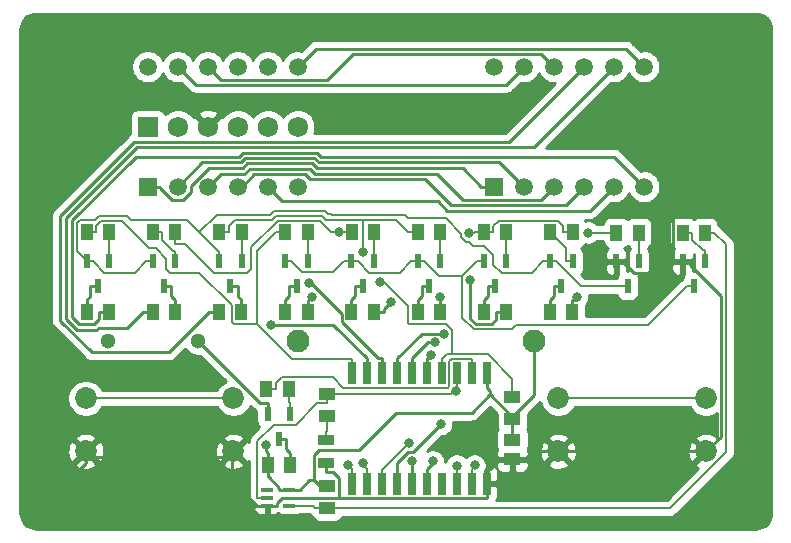
<source format=gbr>
%TF.GenerationSoftware,KiCad,Pcbnew,(5.1.10)-1*%
%TF.CreationDate,2021-07-06T17:58:10+02:00*%
%TF.ProjectId,StopWatch,53746f70-5761-4746-9368-2e6b69636164,rev?*%
%TF.SameCoordinates,Original*%
%TF.FileFunction,Copper,L1,Top*%
%TF.FilePolarity,Positive*%
%FSLAX46Y46*%
G04 Gerber Fmt 4.6, Leading zero omitted, Abs format (unit mm)*
G04 Created by KiCad (PCBNEW (5.1.10)-1) date 2021-07-06 17:58:10*
%MOMM*%
%LPD*%
G01*
G04 APERTURE LIST*
%TA.AperFunction,ComponentPad*%
%ADD10C,1.500000*%
%TD*%
%TA.AperFunction,ComponentPad*%
%ADD11R,1.500000X1.500000*%
%TD*%
%TA.AperFunction,SMDPad,CuDef*%
%ADD12R,1.400000X1.000000*%
%TD*%
%TA.AperFunction,SMDPad,CuDef*%
%ADD13R,1.000000X1.400000*%
%TD*%
%TA.AperFunction,SMDPad,CuDef*%
%ADD14R,0.600000X1.250000*%
%TD*%
%TA.AperFunction,SMDPad,CuDef*%
%ADD15R,1.050000X0.400000*%
%TD*%
%TA.AperFunction,ComponentPad*%
%ADD16C,1.850000*%
%TD*%
%TA.AperFunction,ComponentPad*%
%ADD17C,1.950000*%
%TD*%
%TA.AperFunction,ComponentPad*%
%ADD18C,1.300000*%
%TD*%
%TA.AperFunction,SMDPad,CuDef*%
%ADD19R,1.400000X0.950000*%
%TD*%
%TA.AperFunction,ComponentPad*%
%ADD20C,1.725000*%
%TD*%
%TA.AperFunction,ComponentPad*%
%ADD21R,1.725000X1.725000*%
%TD*%
%TA.AperFunction,SMDPad,CuDef*%
%ADD22R,0.650000X1.850000*%
%TD*%
%TA.AperFunction,SMDPad,CuDef*%
%ADD23R,1.470000X1.050000*%
%TD*%
%TA.AperFunction,ViaPad*%
%ADD24C,3.750000*%
%TD*%
%TA.AperFunction,ViaPad*%
%ADD25C,0.800000*%
%TD*%
%TA.AperFunction,Conductor*%
%ADD26C,0.250000*%
%TD*%
%TA.AperFunction,Conductor*%
%ADD27C,0.200000*%
%TD*%
%TA.AperFunction,Conductor*%
%ADD28C,0.254000*%
%TD*%
%TA.AperFunction,Conductor*%
%ADD29C,0.100000*%
%TD*%
G04 APERTURE END LIST*
D10*
%TO.P,U3,5*%
%TO.N,/D_g*%
X76970000Y-46360000D03*
%TO.P,U3,11*%
%TO.N,/D_a*%
X69350000Y-36200000D03*
%TO.P,U3,12*%
%TO.N,/CC_5*%
X66810000Y-36200000D03*
%TO.P,U3,10*%
%TO.N,/D_f*%
X71890000Y-36200000D03*
%TO.P,U3,9*%
%TO.N,/CC_6*%
X74430000Y-36200000D03*
%TO.P,U3,8*%
%TO.N,/CC_7*%
X76970000Y-36200000D03*
%TO.P,U3,6*%
%TO.N,/CC_8*%
X79510000Y-46360000D03*
%TO.P,U3,7*%
%TO.N,/D_b*%
X79510000Y-36200000D03*
%TO.P,U3,3*%
%TO.N,/D_dp*%
X71890000Y-46360000D03*
%TO.P,U3,4*%
%TO.N,/D_c*%
X74430000Y-46360000D03*
D11*
%TO.P,U3,1*%
%TO.N,/D_e*%
X66810000Y-46360000D03*
D10*
%TO.P,U3,2*%
%TO.N,/D_d*%
X69350000Y-46360000D03*
%TD*%
%TO.P,U1,12*%
%TO.N,/CC_1*%
X37500000Y-36200000D03*
%TO.P,U1,11*%
%TO.N,/D_a*%
X40040000Y-36200000D03*
%TO.P,U1,10*%
%TO.N,/D_f*%
X42580000Y-36200000D03*
%TO.P,U1,9*%
%TO.N,/CC_2*%
X45120000Y-36200000D03*
%TO.P,U1,8*%
%TO.N,/CC_3*%
X47660000Y-36200000D03*
%TO.P,U1,7*%
%TO.N,/D_b*%
X50200000Y-36200000D03*
%TO.P,U1,6*%
%TO.N,/CC_4*%
X50200000Y-46360000D03*
%TO.P,U1,5*%
%TO.N,/D_g*%
X47660000Y-46360000D03*
%TO.P,U1,4*%
%TO.N,/D_c*%
X45120000Y-46360000D03*
%TO.P,U1,3*%
%TO.N,/D_dp*%
X42580000Y-46360000D03*
%TO.P,U1,2*%
%TO.N,/D_d*%
X40040000Y-46360000D03*
D11*
%TO.P,U1,1*%
%TO.N,/D_e*%
X37500000Y-46360000D03*
%TD*%
D12*
%TO.P,R27,2*%
%TO.N,/C_display*%
X52681800Y-73568500D03*
%TO.P,R27,1*%
%TO.N,+3V*%
X52681800Y-71668500D03*
%TD*%
D13*
%TO.P,R26,2*%
%TO.N,Net-(Q11-Pad1)*%
X82780000Y-50240000D03*
%TO.P,R26,1*%
%TO.N,/C_display*%
X84680000Y-50240000D03*
%TD*%
%TO.P,R25,2*%
%TO.N,Net-(Q10-Pad1)*%
X79073700Y-50230000D03*
%TO.P,R25,1*%
%TO.N,/C_U13*%
X77173700Y-50230000D03*
%TD*%
%TO.P,R24,2*%
%TO.N,/CC_8*%
X34223400Y-56960000D03*
%TO.P,R24,1*%
%TO.N,Net-(Q9-Pad3)*%
X32323400Y-56960000D03*
%TD*%
%TO.P,R23,2*%
%TO.N,Net-(Q9-Pad1)*%
X34223400Y-50221000D03*
%TO.P,R23,1*%
%TO.N,/C_4*%
X32323400Y-50221000D03*
%TD*%
%TO.P,R22,2*%
%TO.N,/CC_7*%
X37927200Y-56960000D03*
%TO.P,R22,1*%
%TO.N,Net-(Q8-Pad3)*%
X39827200Y-56960000D03*
%TD*%
%TO.P,R21,2*%
%TO.N,Net-(Q8-Pad1)*%
X37929700Y-50221000D03*
%TO.P,R21,1*%
%TO.N,/C_3*%
X39829700Y-50221000D03*
%TD*%
%TO.P,R20,2*%
%TO.N,/CC_6*%
X43531000Y-56960000D03*
%TO.P,R20,1*%
%TO.N,Net-(Q7-Pad3)*%
X45431000Y-56960000D03*
%TD*%
%TO.P,R19,2*%
%TO.N,Net-(Q7-Pad1)*%
X45436000Y-50221000D03*
%TO.P,R19,1*%
%TO.N,/C_2*%
X43536000Y-50221000D03*
%TD*%
%TO.P,R18,2*%
%TO.N,/CC_5*%
X73450000Y-56960000D03*
%TO.P,R18,1*%
%TO.N,Net-(Q6-Pad3)*%
X71550000Y-56960000D03*
%TD*%
%TO.P,R17,2*%
%TO.N,Net-(Q6-Pad1)*%
X71567400Y-50221000D03*
%TO.P,R17,1*%
%TO.N,/C_1*%
X73467400Y-50221000D03*
%TD*%
D14*
%TO.P,Q11,3*%
%TO.N,/U3*%
X83730000Y-54772600D03*
%TO.P,Q11,2*%
%TO.N,gnd*%
X82775000Y-52672600D03*
%TO.P,Q11,1*%
%TO.N,Net-(Q11-Pad1)*%
X84685000Y-52672600D03*
%TD*%
%TO.P,Q10,3*%
%TO.N,/U1*%
X78123700Y-54771800D03*
%TO.P,Q10,2*%
%TO.N,gnd*%
X77168700Y-52671800D03*
%TO.P,Q10,1*%
%TO.N,Net-(Q10-Pad1)*%
X79078700Y-52671800D03*
%TD*%
%TO.P,Q9,3*%
%TO.N,Net-(Q9-Pad3)*%
X33273400Y-54776200D03*
%TO.P,Q9,2*%
%TO.N,/U1*%
X32318400Y-52676200D03*
%TO.P,Q9,1*%
%TO.N,Net-(Q9-Pad1)*%
X34228400Y-52676200D03*
%TD*%
%TO.P,Q8,3*%
%TO.N,Net-(Q8-Pad3)*%
X38879700Y-54776200D03*
%TO.P,Q8,2*%
%TO.N,/U1*%
X37924700Y-52676200D03*
%TO.P,Q8,1*%
%TO.N,Net-(Q8-Pad1)*%
X39834700Y-52676200D03*
%TD*%
%TO.P,Q7,3*%
%TO.N,Net-(Q7-Pad3)*%
X44486000Y-54776200D03*
%TO.P,Q7,2*%
%TO.N,/U1*%
X43531000Y-52676200D03*
%TO.P,Q7,1*%
%TO.N,Net-(Q7-Pad1)*%
X45441000Y-52676200D03*
%TD*%
%TO.P,Q6,3*%
%TO.N,Net-(Q6-Pad3)*%
X72517400Y-54776200D03*
%TO.P,Q6,2*%
%TO.N,/U1*%
X71562400Y-52676200D03*
%TO.P,Q6,1*%
%TO.N,Net-(Q6-Pad1)*%
X73472400Y-52676200D03*
%TD*%
D15*
%TO.P,IC2,5*%
%TO.N,+3V*%
X49497100Y-72040000D03*
%TO.P,IC2,4*%
%TO.N,/C_display*%
X49497100Y-73340000D03*
%TO.P,IC2,3*%
%TO.N,gnd*%
X47597100Y-73340000D03*
%TO.P,IC2,2*%
%TO.N,/C_U13*%
X47597100Y-72690000D03*
%TO.P,IC2,1*%
%TO.N,Net-(IC2-Pad1)*%
X47597100Y-72040000D03*
%TD*%
D16*
%TO.P,S1,4*%
%TO.N,Net-(R11-Pad1)*%
X72252000Y-64256000D03*
%TO.P,S1,3*%
X84752000Y-64256000D03*
%TO.P,S1,2*%
%TO.N,gnd*%
X72252000Y-68756000D03*
%TO.P,S1,1*%
X84752000Y-68756000D03*
%TD*%
%TO.P,S2,4*%
%TO.N,Net-(R15-Pad1)*%
X32252000Y-64256000D03*
%TO.P,S2,3*%
X44752000Y-64256000D03*
%TO.P,S2,2*%
%TO.N,gnd*%
X32252000Y-68756000D03*
%TO.P,S2,1*%
X44752000Y-68756000D03*
%TD*%
D17*
%TO.P,U2,2*%
%TO.N,gnd*%
X50228500Y-59378700D03*
%TO.P,U2,1*%
%TO.N,+3V*%
X70228500Y-59378700D03*
%TD*%
D13*
%TO.P,R14,2*%
%TO.N,Net-(Q5-Pad3)*%
X49546000Y-69936000D03*
%TO.P,R14,1*%
%TO.N,+3V*%
X47646000Y-69936000D03*
%TD*%
%TO.P,R13,2*%
%TO.N,Net-(Q5-Pad1)*%
X49450000Y-63500000D03*
%TO.P,R13,1*%
%TO.N,/C_Buzzer*%
X47550000Y-63500000D03*
%TD*%
%TO.P,R10,2*%
%TO.N,/CC_4*%
X51034800Y-56960000D03*
%TO.P,R10,1*%
%TO.N,Net-(Q4-Pad3)*%
X49134800Y-56960000D03*
%TD*%
%TO.P,R9,2*%
%TO.N,Net-(Q4-Pad1)*%
X51042300Y-50221000D03*
%TO.P,R9,1*%
%TO.N,/C_4*%
X49142300Y-50221000D03*
%TD*%
%TO.P,R8,2*%
%TO.N,/CC_3*%
X56638600Y-56960000D03*
%TO.P,R8,1*%
%TO.N,Net-(Q3-Pad3)*%
X54738600Y-56960000D03*
%TD*%
%TO.P,R7,2*%
%TO.N,Net-(Q3-Pad1)*%
X56648600Y-50221000D03*
%TO.P,R7,1*%
%TO.N,/C_3*%
X54748600Y-50221000D03*
%TD*%
%TO.P,R6,2*%
%TO.N,/CC_2*%
X62242400Y-56960000D03*
%TO.P,R6,1*%
%TO.N,Net-(Q2-Pad3)*%
X60342400Y-56960000D03*
%TD*%
%TO.P,R5,2*%
%TO.N,Net-(Q2-Pad1)*%
X62254800Y-50221000D03*
%TO.P,R5,1*%
%TO.N,/C_2*%
X60354800Y-50221000D03*
%TD*%
%TO.P,R4,2*%
%TO.N,/CC_1*%
X67846200Y-56960000D03*
%TO.P,R4,1*%
%TO.N,Net-(Q1-Pad3)*%
X65946200Y-56960000D03*
%TD*%
D12*
%TO.P,R3,2*%
%TO.N,Net-(LED1-Pad2)*%
X52656000Y-65799000D03*
%TO.P,R3,1*%
%TO.N,/C_U13*%
X52656000Y-63899000D03*
%TD*%
%TO.P,R2,2*%
%TO.N,/MCLR*%
X68370000Y-64154000D03*
%TO.P,R2,1*%
%TO.N,+3V*%
X68370000Y-66054000D03*
%TD*%
D13*
%TO.P,R1,2*%
%TO.N,Net-(Q1-Pad1)*%
X67861100Y-50221000D03*
%TO.P,R1,1*%
%TO.N,/C_1*%
X65961100Y-50221000D03*
%TD*%
D14*
%TO.P,Q5,3*%
%TO.N,Net-(Q5-Pad3)*%
X48596000Y-67684000D03*
%TO.P,Q5,2*%
%TO.N,Net-(LS1-Pad1)*%
X47641000Y-65584000D03*
%TO.P,Q5,1*%
%TO.N,Net-(Q5-Pad1)*%
X49551000Y-65584000D03*
%TD*%
%TO.P,Q4,3*%
%TO.N,Net-(Q4-Pad3)*%
X50092300Y-54776200D03*
%TO.P,Q4,2*%
%TO.N,/U3*%
X49137300Y-52676200D03*
%TO.P,Q4,1*%
%TO.N,Net-(Q4-Pad1)*%
X51047300Y-52676200D03*
%TD*%
%TO.P,Q3,3*%
%TO.N,Net-(Q3-Pad3)*%
X55698600Y-54776200D03*
%TO.P,Q3,2*%
%TO.N,/U3*%
X54743600Y-52676200D03*
%TO.P,Q3,1*%
%TO.N,Net-(Q3-Pad1)*%
X56653600Y-52676200D03*
%TD*%
%TO.P,Q2,3*%
%TO.N,Net-(Q2-Pad3)*%
X61304800Y-54776200D03*
%TO.P,Q2,2*%
%TO.N,/U3*%
X60349800Y-52676200D03*
%TO.P,Q2,1*%
%TO.N,Net-(Q2-Pad1)*%
X62259800Y-52676200D03*
%TD*%
%TO.P,Q1,3*%
%TO.N,Net-(Q1-Pad3)*%
X66911100Y-54776200D03*
%TO.P,Q1,2*%
%TO.N,/U3*%
X65956100Y-52676200D03*
%TO.P,Q1,1*%
%TO.N,Net-(Q1-Pad1)*%
X67866100Y-52676200D03*
%TD*%
D18*
%TO.P,LS1,2*%
%TO.N,gnd*%
X34157600Y-59378700D03*
%TO.P,LS1,1*%
%TO.N,Net-(LS1-Pad1)*%
X41757600Y-59378700D03*
%TD*%
D19*
%TO.P,LED1,2*%
%TO.N,Net-(LED1-Pad2)*%
X52622000Y-67832000D03*
%TO.P,LED1,1*%
%TO.N,gnd*%
X52622000Y-69732000D03*
%TD*%
D20*
%TO.P,J1,6*%
%TO.N,Net-(J1-Pad6)*%
X50200000Y-41265000D03*
%TO.P,J1,5*%
%TO.N,/B_2*%
X47660000Y-41265000D03*
%TO.P,J1,4*%
%TO.N,/B_1*%
X45120000Y-41265000D03*
%TO.P,J1,3*%
%TO.N,gnd*%
X42580000Y-41265000D03*
%TO.P,J1,2*%
%TO.N,+3V*%
X40040000Y-41265000D03*
D21*
%TO.P,J1,1*%
%TO.N,/MCLR*%
X37500000Y-41265000D03*
%TD*%
D22*
%TO.P,IC1,20*%
%TO.N,gnd*%
X66211000Y-71491000D03*
%TO.P,IC1,19*%
%TO.N,/B_1*%
X64941000Y-71491000D03*
%TO.P,IC1,18*%
%TO.N,/B_2*%
X63671000Y-71491000D03*
%TO.P,IC1,17*%
%TO.N,Net-(IC1-Pad17)*%
X62401000Y-71491000D03*
%TO.P,IC1,16*%
%TO.N,/D_a*%
X61131000Y-71491000D03*
%TO.P,IC1,15*%
%TO.N,/D_b*%
X59861000Y-71491000D03*
%TO.P,IC1,14*%
%TO.N,/D_c*%
X58591000Y-71491000D03*
%TO.P,IC1,13*%
%TO.N,/C_1*%
X57321000Y-71491000D03*
%TO.P,IC1,12*%
%TO.N,/C_2*%
X56051000Y-71491000D03*
%TO.P,IC1,11*%
%TO.N,/C_3*%
X54781000Y-71491000D03*
%TO.P,IC1,10*%
%TO.N,/C_4*%
X54781000Y-62141000D03*
%TO.P,IC1,9*%
%TO.N,/D_dp*%
X56051000Y-62141000D03*
%TO.P,IC1,8*%
%TO.N,/D_g*%
X57321000Y-62141000D03*
%TO.P,IC1,7*%
%TO.N,/D_d*%
X58591000Y-62141000D03*
%TO.P,IC1,6*%
%TO.N,/D_e*%
X59861000Y-62141000D03*
%TO.P,IC1,5*%
%TO.N,/D_f*%
X61131000Y-62141000D03*
%TO.P,IC1,4*%
%TO.N,/MCLR*%
X62401000Y-62141000D03*
%TO.P,IC1,3*%
%TO.N,/C_U13*%
X63671000Y-62141000D03*
%TO.P,IC1,2*%
%TO.N,/C_Buzzer*%
X64941000Y-62141000D03*
%TO.P,IC1,1*%
%TO.N,+3V*%
X66211000Y-62141000D03*
%TD*%
D23*
%TO.P,C1,2*%
%TO.N,gnd*%
X68370000Y-69434000D03*
%TO.P,C1,1*%
%TO.N,+3V*%
X68370000Y-67754000D03*
%TD*%
D24*
%TO.N,gnd*%
X88500000Y-33500000D03*
X88500000Y-73500000D03*
X28500000Y-73500000D03*
X28500000Y-33500000D03*
D25*
%TO.N,+3V*%
X47489400Y-68216600D03*
%TO.N,/B_2*%
X63671000Y-69964400D03*
%TO.N,/B_1*%
X65169500Y-69942700D03*
%TO.N,/D_a*%
X61635800Y-69610300D03*
%TO.N,/D_b*%
X59861000Y-69548800D03*
%TO.N,/D_c*%
X62327200Y-66436800D03*
%TO.N,/C_1*%
X64726600Y-50293300D03*
X59645700Y-68053800D03*
%TO.N,/C_2*%
X55693200Y-51851800D03*
X55731700Y-69701200D03*
%TO.N,/C_3*%
X53646900Y-50221000D03*
X54442500Y-69929800D03*
%TO.N,/D_dp*%
X47897600Y-58092000D03*
%TO.N,/D_g*%
X51117100Y-54482900D03*
%TO.N,/D_d*%
X62554200Y-58787000D03*
%TO.N,/D_e*%
X61815500Y-59537200D03*
%TO.N,/D_f*%
X61513800Y-60610200D03*
%TO.N,/CC_1*%
X64819200Y-54254100D03*
%TO.N,/CC_2*%
X62242400Y-55643600D03*
%TO.N,/CC_3*%
X58093800Y-56079200D03*
%TO.N,/CC_4*%
X51379600Y-55654100D03*
%TO.N,/MCLR*%
X57120300Y-54387300D03*
%TO.N,/C_U13*%
X74782200Y-50230000D03*
X63592200Y-63673300D03*
%TO.N,/CC_5*%
X73847400Y-55645000D03*
%TD*%
D26*
%TO.N,gnd*%
X77168700Y-52671800D02*
X77794000Y-52671800D01*
X81932400Y-52455300D02*
X80713400Y-53674300D01*
X80713400Y-53674300D02*
X78640200Y-53674300D01*
X78640200Y-53674300D02*
X77794000Y-52828100D01*
X77794000Y-52828100D02*
X77794000Y-52671800D01*
X88500000Y-33500000D02*
X81932400Y-40067600D01*
X81932400Y-40067600D02*
X81932400Y-52455300D01*
X52622000Y-69732000D02*
X52622000Y-70532300D01*
X53707200Y-72741300D02*
X53707200Y-71017300D01*
X53707200Y-71017300D02*
X53222200Y-70532300D01*
X53222200Y-70532300D02*
X52622000Y-70532300D01*
X53707200Y-72741300D02*
X66211000Y-72741300D01*
X48447400Y-73340000D02*
X48447400Y-73114800D01*
X48447400Y-73114800D02*
X48820900Y-72741300D01*
X48820900Y-72741300D02*
X53707200Y-72741300D01*
X81932400Y-52455300D02*
X82149700Y-52672600D01*
X82775000Y-52672600D02*
X82149700Y-52672600D01*
X42580000Y-41265000D02*
X39742200Y-38427200D01*
X39742200Y-38427200D02*
X33427200Y-38427200D01*
X33427200Y-38427200D02*
X28500000Y-33500000D01*
X44666200Y-69252000D02*
X44666200Y-71259400D01*
X44666200Y-71259400D02*
X46746800Y-73340000D01*
X44752000Y-68756000D02*
X44666200Y-68841800D01*
X44666200Y-68841800D02*
X44666200Y-69252000D01*
X32252000Y-69252000D02*
X32252000Y-68756000D01*
X28500000Y-73500000D02*
X32252000Y-69748000D01*
X32252000Y-69748000D02*
X32252000Y-69252000D01*
X32252000Y-69252000D02*
X44666200Y-69252000D01*
X84752000Y-68756000D02*
X86003500Y-67504500D01*
X86003500Y-67504500D02*
X86003500Y-55602300D01*
X86003500Y-55602300D02*
X83400300Y-52999100D01*
X83400300Y-52999100D02*
X83400300Y-52672600D01*
X84752000Y-68756000D02*
X72252000Y-68756000D01*
X82775000Y-52672600D02*
X83400300Y-52672600D01*
X68370000Y-69434000D02*
X69430300Y-69434000D01*
X72252000Y-68756000D02*
X70108300Y-68756000D01*
X70108300Y-68756000D02*
X69430300Y-69434000D01*
X66211000Y-71491000D02*
X66211000Y-70240700D01*
X68370000Y-69434000D02*
X67309700Y-69434000D01*
X67309700Y-69434000D02*
X66503000Y-70240700D01*
X66503000Y-70240700D02*
X66211000Y-70240700D01*
X47597100Y-73340000D02*
X48447400Y-73340000D01*
X66211000Y-71491000D02*
X66211000Y-72741300D01*
X47597100Y-73340000D02*
X46746800Y-73340000D01*
%TO.N,+3V*%
X68370000Y-65818300D02*
X70228500Y-63959800D01*
X70228500Y-63959800D02*
X70228500Y-59378700D01*
X66468100Y-63916400D02*
X68370000Y-65818300D01*
X66211000Y-62141000D02*
X66211000Y-63391300D01*
X66468100Y-63916400D02*
X66468100Y-63648400D01*
X66468100Y-63648400D02*
X66211000Y-63391300D01*
X51596600Y-71202300D02*
X51185100Y-71202300D01*
X51185100Y-71202300D02*
X50347400Y-72040000D01*
X52169200Y-71668500D02*
X52062800Y-71668500D01*
X52062800Y-71668500D02*
X51596600Y-71202300D01*
X66468100Y-63916400D02*
X64911800Y-65472700D01*
X64911800Y-65472700D02*
X58519300Y-65472700D01*
X58519300Y-65472700D02*
X55359600Y-68632400D01*
X55359600Y-68632400D02*
X52015200Y-68632400D01*
X52015200Y-68632400D02*
X51596600Y-69051000D01*
X51596600Y-69051000D02*
X51596600Y-71202300D01*
X68370000Y-66054000D02*
X68370000Y-65818300D01*
X68370000Y-67754000D02*
X68370000Y-66054000D01*
X49497100Y-72040000D02*
X48646800Y-72040000D01*
X47646000Y-69936000D02*
X47646000Y-70961300D01*
X47646000Y-70961300D02*
X47757800Y-70961300D01*
X47757800Y-70961300D02*
X48646800Y-71850300D01*
X48646800Y-71850300D02*
X48646800Y-72040000D01*
X47646000Y-69423300D02*
X47646000Y-69936000D01*
X47646000Y-69423300D02*
X47646000Y-68910700D01*
X49497100Y-72040000D02*
X50347400Y-72040000D01*
X47489400Y-68216600D02*
X47489400Y-68754100D01*
X47489400Y-68754100D02*
X47646000Y-68910700D01*
X52681800Y-71668500D02*
X52169200Y-71668500D01*
D27*
%TO.N,/B_2*%
X63671000Y-69964400D02*
X63671000Y-71491000D01*
%TO.N,/B_1*%
X64941000Y-71491000D02*
X64941000Y-70265700D01*
X64941000Y-70265700D02*
X65169500Y-70037200D01*
X65169500Y-70037200D02*
X65169500Y-69942700D01*
D26*
%TO.N,/D_a*%
X69350000Y-36200000D02*
X67802100Y-37747900D01*
X67802100Y-37747900D02*
X41587900Y-37747900D01*
X41587900Y-37747900D02*
X40040000Y-36200000D01*
X61131000Y-70240700D02*
X61635800Y-69735900D01*
X61635800Y-69735900D02*
X61635800Y-69610300D01*
X61131000Y-71491000D02*
X61131000Y-70240700D01*
%TO.N,/D_b*%
X59861000Y-70240700D02*
X59861000Y-69548800D01*
X59861000Y-71491000D02*
X59861000Y-70240700D01*
X50200000Y-36200000D02*
X51748800Y-34651200D01*
X51748800Y-34651200D02*
X77961200Y-34651200D01*
X77961200Y-34651200D02*
X79510000Y-36200000D01*
%TO.N,/D_c*%
X58591000Y-70240700D02*
X58591000Y-69749600D01*
X58591000Y-69749600D02*
X59561500Y-68779100D01*
X59561500Y-68779100D02*
X59984900Y-68779100D01*
X59984900Y-68779100D02*
X62327200Y-66436800D01*
X58591000Y-71491000D02*
X58591000Y-70240700D01*
X45120000Y-46360000D02*
X45445000Y-46360000D01*
X45445000Y-46360000D02*
X46530400Y-45274600D01*
X46530400Y-45274600D02*
X50825000Y-45274600D01*
X50825000Y-45274600D02*
X51275400Y-45725000D01*
X51275400Y-45725000D02*
X60990200Y-45725000D01*
X60990200Y-45725000D02*
X63188800Y-47923600D01*
X63188800Y-47923600D02*
X72866400Y-47923600D01*
X72866400Y-47923600D02*
X74430000Y-46360000D01*
D27*
%TO.N,/C_1*%
X57321000Y-71491000D02*
X57321000Y-70265700D01*
X65961100Y-50221000D02*
X65160800Y-50221000D01*
X64726600Y-50293300D02*
X65088500Y-50293300D01*
X65088500Y-50293300D02*
X65160800Y-50221000D01*
X57321000Y-70265700D02*
X57433800Y-70265700D01*
X57433800Y-70265700D02*
X59645700Y-68053800D01*
X66761400Y-50221000D02*
X66761400Y-49695800D01*
X66761400Y-49695800D02*
X67236600Y-49220600D01*
X67236600Y-49220600D02*
X72191900Y-49220600D01*
X72191900Y-49220600D02*
X72667100Y-49695800D01*
X72667100Y-49695800D02*
X72667100Y-50221000D01*
X65961100Y-50221000D02*
X66761400Y-50221000D01*
X73467400Y-50221000D02*
X72667100Y-50221000D01*
%TO.N,/C_2*%
X56051000Y-71491000D02*
X56051000Y-70265700D01*
X55693200Y-49170500D02*
X52599200Y-49170500D01*
X52599200Y-49170500D02*
X52248900Y-48820200D01*
X52248900Y-48820200D02*
X48326200Y-48820200D01*
X48326200Y-48820200D02*
X47975900Y-49170500D01*
X47975900Y-49170500D02*
X44861600Y-49170500D01*
X44861600Y-49170500D02*
X44336300Y-49695800D01*
X44336300Y-49695800D02*
X44336300Y-50221000D01*
X59554500Y-50221000D02*
X58504000Y-49170500D01*
X58504000Y-49170500D02*
X55693200Y-49170500D01*
X55693200Y-51851800D02*
X55693200Y-49170500D01*
X56051000Y-70265700D02*
X55731700Y-69946400D01*
X55731700Y-69946400D02*
X55731700Y-69701200D01*
X60354800Y-50221000D02*
X59554500Y-50221000D01*
X43536000Y-50221000D02*
X44336300Y-50221000D01*
%TO.N,/C_3*%
X39829700Y-50221000D02*
X39829700Y-51221300D01*
X53646900Y-50221000D02*
X53049300Y-50221000D01*
X53049300Y-50221000D02*
X52048800Y-49220500D01*
X52048800Y-49220500D02*
X48492000Y-49220500D01*
X48492000Y-49220500D02*
X46231200Y-51481300D01*
X46231200Y-51481300D02*
X46231200Y-53277400D01*
X46231200Y-53277400D02*
X45876500Y-53632100D01*
X45876500Y-53632100D02*
X43076000Y-53632100D01*
X43076000Y-53632100D02*
X40665200Y-51221300D01*
X40665200Y-51221300D02*
X39829700Y-51221300D01*
X53948300Y-50221000D02*
X53646900Y-50221000D01*
X54781000Y-71491000D02*
X54781000Y-70265700D01*
X54781000Y-70265700D02*
X54778400Y-70265700D01*
X54778400Y-70265700D02*
X54442500Y-69929800D01*
X54748600Y-50221000D02*
X53948300Y-50221000D01*
%TO.N,/C_4*%
X46775500Y-57960400D02*
X46775500Y-51787500D01*
X46775500Y-51787500D02*
X48342000Y-50221000D01*
X46775500Y-57960400D02*
X44771000Y-57960400D01*
X44771000Y-57960400D02*
X44630600Y-57820000D01*
X44630600Y-57820000D02*
X44630600Y-56368100D01*
X44630600Y-56368100D02*
X41874100Y-53611600D01*
X41874100Y-53611600D02*
X39338100Y-53611600D01*
X39338100Y-53611600D02*
X39080700Y-53354200D01*
X39080700Y-53354200D02*
X39080700Y-52431500D01*
X39080700Y-52431500D02*
X38205000Y-51555800D01*
X38205000Y-51555800D02*
X37613800Y-51555800D01*
X37613800Y-51555800D02*
X35276000Y-49218000D01*
X35276000Y-49218000D02*
X33573200Y-49218000D01*
X33573200Y-49218000D02*
X33123700Y-49667500D01*
X33123700Y-49667500D02*
X33123700Y-50221000D01*
X54781000Y-60915700D02*
X49730800Y-60915700D01*
X49730800Y-60915700D02*
X46775500Y-57960400D01*
X49142300Y-50221000D02*
X48342000Y-50221000D01*
X32323400Y-50221000D02*
X33123700Y-50221000D01*
X54781000Y-62141000D02*
X54781000Y-60915700D01*
D26*
%TO.N,/D_dp*%
X71890000Y-46360000D02*
X70785100Y-47464900D01*
X70785100Y-47464900D02*
X64178200Y-47464900D01*
X64178200Y-47464900D02*
X61987900Y-45274600D01*
X61987900Y-45274600D02*
X51687200Y-45274600D01*
X51687200Y-45274600D02*
X51236900Y-44824300D01*
X51236900Y-44824300D02*
X46118900Y-44824300D01*
X46118900Y-44824300D02*
X45668600Y-45274600D01*
X45668600Y-45274600D02*
X43665400Y-45274600D01*
X43665400Y-45274600D02*
X42580000Y-46360000D01*
X56051000Y-62141000D02*
X56051000Y-60890700D01*
X56051000Y-60890700D02*
X53215700Y-58055400D01*
X53215700Y-58055400D02*
X47934200Y-58055400D01*
X47934200Y-58055400D02*
X47897600Y-58092000D01*
%TO.N,/D_g*%
X47660000Y-46360000D02*
X48894300Y-47594300D01*
X48894300Y-47594300D02*
X62055000Y-47594300D01*
X62055000Y-47594300D02*
X62838700Y-48378000D01*
X62838700Y-48378000D02*
X74952000Y-48378000D01*
X74952000Y-48378000D02*
X76970000Y-46360000D01*
X57321000Y-62141000D02*
X57321000Y-60890700D01*
X57321000Y-60890700D02*
X56973600Y-60890700D01*
X56973600Y-60890700D02*
X53913200Y-57830300D01*
X53913200Y-57830300D02*
X53913200Y-57118600D01*
X53913200Y-57118600D02*
X51277500Y-54482900D01*
X51277500Y-54482900D02*
X51117100Y-54482900D01*
%TO.N,/D_d*%
X58591000Y-60890700D02*
X60694700Y-58787000D01*
X60694700Y-58787000D02*
X62554200Y-58787000D01*
X58591000Y-62141000D02*
X58591000Y-60890700D01*
X69350000Y-46360000D02*
X67272900Y-44282900D01*
X67272900Y-44282900D02*
X51969300Y-44282900D01*
X51969300Y-44282900D02*
X51610100Y-43923700D01*
X51610100Y-43923700D02*
X45745600Y-43923700D01*
X45745600Y-43923700D02*
X45386400Y-44282900D01*
X45386400Y-44282900D02*
X42117100Y-44282900D01*
X42117100Y-44282900D02*
X40040000Y-46360000D01*
%TO.N,/D_e*%
X59861000Y-60890700D02*
X61214500Y-59537200D01*
X61214500Y-59537200D02*
X61815500Y-59537200D01*
X65734700Y-46360000D02*
X64146900Y-44772200D01*
X64146900Y-44772200D02*
X51821700Y-44772200D01*
X51821700Y-44772200D02*
X51423500Y-44374000D01*
X51423500Y-44374000D02*
X45932200Y-44374000D01*
X45932200Y-44374000D02*
X45534000Y-44772200D01*
X45534000Y-44772200D02*
X42647000Y-44772200D01*
X42647000Y-44772200D02*
X41134000Y-46285200D01*
X41134000Y-46285200D02*
X41134000Y-46788400D01*
X41134000Y-46788400D02*
X40486900Y-47435500D01*
X40486900Y-47435500D02*
X39578700Y-47435500D01*
X39578700Y-47435500D02*
X38575300Y-46432100D01*
X38575300Y-46432100D02*
X38575300Y-46360000D01*
X59861000Y-62141000D02*
X59861000Y-60890700D01*
X66810000Y-46360000D02*
X65734700Y-46360000D01*
X37500000Y-46360000D02*
X38575300Y-46360000D01*
%TO.N,/D_f*%
X71890000Y-36200000D02*
X70814600Y-35124600D01*
X70814600Y-35124600D02*
X54860200Y-35124600D01*
X54860200Y-35124600D02*
X52687300Y-37297500D01*
X52687300Y-37297500D02*
X43677500Y-37297500D01*
X43677500Y-37297500D02*
X42580000Y-36200000D01*
X61131000Y-62141000D02*
X61131000Y-60890700D01*
X61131000Y-60890700D02*
X61233300Y-60890700D01*
X61233300Y-60890700D02*
X61513800Y-60610200D01*
D27*
%TO.N,/C_Buzzer*%
X47550000Y-63500000D02*
X48350300Y-63500000D01*
X64941000Y-62141000D02*
X64941000Y-60915700D01*
X64941000Y-60915700D02*
X63214200Y-60915700D01*
X63214200Y-60915700D02*
X63036000Y-61093900D01*
X63036000Y-61093900D02*
X63036000Y-63217100D01*
X63036000Y-63217100D02*
X62886800Y-63366300D01*
X62886800Y-63366300D02*
X54040800Y-63366300D01*
X54040800Y-63366300D02*
X53174100Y-62499600D01*
X53174100Y-62499600D02*
X48825500Y-62499600D01*
X48825500Y-62499600D02*
X48350300Y-62974800D01*
X48350300Y-62974800D02*
X48350300Y-63500000D01*
%TO.N,Net-(LED1-Pad2)*%
X52622000Y-67832000D02*
X52622000Y-67056700D01*
X52622000Y-67056700D02*
X52656000Y-67022700D01*
X52656000Y-67022700D02*
X52656000Y-65799000D01*
D26*
%TO.N,Net-(LS1-Pad1)*%
X47641000Y-65584000D02*
X47641000Y-64633700D01*
X41757600Y-59378700D02*
X47012600Y-64633700D01*
X47012600Y-64633700D02*
X47641000Y-64633700D01*
%TO.N,Net-(Q1-Pad3)*%
X65946200Y-56960000D02*
X65946200Y-55934700D01*
X66911100Y-54776200D02*
X66285800Y-54776200D01*
X66285800Y-54776200D02*
X66285800Y-55595100D01*
X66285800Y-55595100D02*
X65946200Y-55934700D01*
D27*
%TO.N,Net-(Q1-Pad1)*%
X67861100Y-50221000D02*
X67861100Y-51221300D01*
X67866100Y-52676200D02*
X67866100Y-51226300D01*
X67866100Y-51226300D02*
X67861100Y-51221300D01*
D26*
%TO.N,Net-(Q2-Pad3)*%
X60342400Y-56960000D02*
X60342400Y-55934700D01*
X61304800Y-54776200D02*
X60679500Y-54776200D01*
X60679500Y-54776200D02*
X60679500Y-55597600D01*
X60679500Y-55597600D02*
X60342400Y-55934700D01*
D27*
%TO.N,Net-(Q2-Pad1)*%
X62254800Y-50221000D02*
X62254800Y-51221300D01*
X62259800Y-52676200D02*
X62259800Y-51226300D01*
X62259800Y-51226300D02*
X62254800Y-51221300D01*
D26*
%TO.N,Net-(Q3-Pad3)*%
X54738600Y-56960000D02*
X54738600Y-55934700D01*
X55698600Y-54776200D02*
X55073300Y-54776200D01*
X55073300Y-54776200D02*
X55073300Y-55600000D01*
X55073300Y-55600000D02*
X54738600Y-55934700D01*
D27*
%TO.N,Net-(Q3-Pad1)*%
X56648600Y-50221000D02*
X56648600Y-51221300D01*
X56653600Y-52676200D02*
X56653600Y-51226300D01*
X56653600Y-51226300D02*
X56648600Y-51221300D01*
D26*
%TO.N,Net-(Q4-Pad3)*%
X49134800Y-56960000D02*
X49134800Y-55934700D01*
X50092300Y-54776200D02*
X49467000Y-54776200D01*
X49467000Y-54776200D02*
X49467000Y-55602500D01*
X49467000Y-55602500D02*
X49134800Y-55934700D01*
D27*
%TO.N,Net-(Q4-Pad1)*%
X51042300Y-50221000D02*
X51042300Y-51221300D01*
X51047300Y-52676200D02*
X51047300Y-51226300D01*
X51047300Y-51226300D02*
X51042300Y-51221300D01*
D26*
%TO.N,Net-(Q5-Pad3)*%
X49546000Y-69936000D02*
X49546000Y-68910700D01*
X48596000Y-67684000D02*
X49221300Y-67684000D01*
X49221300Y-67684000D02*
X49221300Y-68586000D01*
X49221300Y-68586000D02*
X49546000Y-68910700D01*
D27*
%TO.N,Net-(Q5-Pad1)*%
X49551000Y-65584000D02*
X49551000Y-64658700D01*
X49551000Y-64658700D02*
X49450000Y-64557700D01*
X49450000Y-64557700D02*
X49450000Y-63500000D01*
D26*
%TO.N,/CC_1*%
X67020900Y-56960000D02*
X67020900Y-57579000D01*
X67020900Y-57579000D02*
X66614500Y-57985400D01*
X66614500Y-57985400D02*
X65257200Y-57985400D01*
X65257200Y-57985400D02*
X64819200Y-57547400D01*
X64819200Y-57547400D02*
X64819200Y-54254100D01*
X67846200Y-56960000D02*
X67020900Y-56960000D01*
%TO.N,/CC_2*%
X62242400Y-55934700D02*
X62242400Y-55643600D01*
X62242400Y-56960000D02*
X62242400Y-55934700D01*
%TO.N,/CC_3*%
X56638600Y-56960000D02*
X57463900Y-56960000D01*
X57463900Y-56960000D02*
X57463900Y-56709100D01*
X57463900Y-56709100D02*
X58093800Y-56079200D01*
%TO.N,/CC_4*%
X51034800Y-56960000D02*
X51034800Y-55934700D01*
X51034800Y-55934700D02*
X51099000Y-55934700D01*
X51099000Y-55934700D02*
X51379600Y-55654100D01*
D27*
%TO.N,Net-(R11-Pad1)*%
X72252000Y-64256000D02*
X84752000Y-64256000D01*
%TO.N,Net-(R15-Pad1)*%
X44752000Y-64256000D02*
X32252000Y-64256000D01*
%TO.N,/MCLR*%
X63295400Y-60506400D02*
X66263600Y-60506400D01*
X66263600Y-60506400D02*
X68370000Y-62612800D01*
X68370000Y-62612800D02*
X68370000Y-64154000D01*
X62401000Y-60915700D02*
X62810300Y-60506400D01*
X62810300Y-60506400D02*
X63295400Y-60506400D01*
X57120300Y-54387300D02*
X57469700Y-54387300D01*
X57469700Y-54387300D02*
X59542000Y-56459600D01*
X59542000Y-56459600D02*
X59542000Y-57866600D01*
X59542000Y-57866600D02*
X59635800Y-57960400D01*
X59635800Y-57960400D02*
X62773600Y-57960400D01*
X62773600Y-57960400D02*
X63295400Y-58482200D01*
X63295400Y-58482200D02*
X63295400Y-60506400D01*
X62401000Y-62141000D02*
X62401000Y-60915700D01*
%TO.N,/C_U13*%
X76373400Y-50230000D02*
X74782200Y-50230000D01*
X77173700Y-50230000D02*
X76373400Y-50230000D01*
X63478100Y-63559200D02*
X63671000Y-63366300D01*
X53656300Y-63899000D02*
X63138300Y-63899000D01*
X63138300Y-63899000D02*
X63478100Y-63559200D01*
X63478100Y-63559200D02*
X63592200Y-63673300D01*
X63671000Y-62141000D02*
X63671000Y-62753600D01*
X63671000Y-62753600D02*
X63671000Y-63366300D01*
X52656000Y-63899000D02*
X53656300Y-63899000D01*
X52656000Y-63899000D02*
X52656000Y-64699300D01*
X47597100Y-72690000D02*
X46771800Y-72690000D01*
X46771800Y-72690000D02*
X46771800Y-67908000D01*
X46771800Y-67908000D02*
X48164100Y-66515700D01*
X48164100Y-66515700D02*
X50039300Y-66515700D01*
X50039300Y-66515700D02*
X51855700Y-64699300D01*
X51855700Y-64699300D02*
X52656000Y-64699300D01*
%TO.N,/C_display*%
X52681800Y-73568500D02*
X51681500Y-73568500D01*
X49497100Y-73340000D02*
X51453000Y-73340000D01*
X51453000Y-73340000D02*
X51681500Y-73568500D01*
X84680000Y-50240000D02*
X85480300Y-50240000D01*
X52681800Y-73568500D02*
X81733800Y-73568500D01*
X81733800Y-73568500D02*
X86468900Y-68833400D01*
X86468900Y-68833400D02*
X86468900Y-51228600D01*
X86468900Y-51228600D02*
X85480300Y-50240000D01*
%TO.N,/U3*%
X64106200Y-53925800D02*
X62124700Y-53925800D01*
X62124700Y-53925800D02*
X60950100Y-52751200D01*
X60950100Y-52751200D02*
X60950100Y-52676200D01*
X65355800Y-52676200D02*
X64106200Y-53925800D01*
X64106200Y-53925800D02*
X64106200Y-57436000D01*
X64106200Y-57436000D02*
X65100400Y-58430200D01*
X65100400Y-58430200D02*
X68319700Y-58430200D01*
X68319700Y-58430200D02*
X68696700Y-58053200D01*
X68696700Y-58053200D02*
X79849100Y-58053200D01*
X79849100Y-58053200D02*
X83129700Y-54772600D01*
X83730000Y-54772600D02*
X83129700Y-54772600D01*
X60349800Y-52676200D02*
X60950100Y-52676200D01*
X60349800Y-52676200D02*
X59749500Y-52676200D01*
X49737600Y-52676200D02*
X49737600Y-52751200D01*
X49737600Y-52751200D02*
X50589100Y-53602700D01*
X50589100Y-53602700D02*
X53216800Y-53602700D01*
X53216800Y-53602700D02*
X54143300Y-52676200D01*
X65956100Y-52676200D02*
X65355800Y-52676200D01*
X59749500Y-52676200D02*
X58813800Y-53611900D01*
X58813800Y-53611900D02*
X56204600Y-53611900D01*
X56204600Y-53611900D02*
X55343900Y-52751200D01*
X55343900Y-52751200D02*
X55343900Y-52676200D01*
X54743600Y-52676200D02*
X55343900Y-52676200D01*
X54743600Y-52676200D02*
X54143300Y-52676200D01*
X49137300Y-52676200D02*
X49737600Y-52676200D01*
D26*
%TO.N,Net-(Q6-Pad3)*%
X71550000Y-56960000D02*
X71550000Y-55934700D01*
X72517400Y-54776200D02*
X71892100Y-54776200D01*
X71892100Y-54776200D02*
X71892100Y-55592600D01*
X71892100Y-55592600D02*
X71550000Y-55934700D01*
D27*
%TO.N,/U1*%
X71562400Y-52676200D02*
X72162700Y-52676200D01*
X72162700Y-52676200D02*
X72162700Y-52751200D01*
X72162700Y-52751200D02*
X74183300Y-54771800D01*
X74183300Y-54771800D02*
X78123700Y-54771800D01*
X71552500Y-52676200D02*
X71562400Y-52676200D01*
X41860800Y-50200100D02*
X43347800Y-48713100D01*
X43347800Y-48713100D02*
X47867200Y-48713100D01*
X47867200Y-48713100D02*
X48210400Y-48369900D01*
X48210400Y-48369900D02*
X52530400Y-48369900D01*
X52530400Y-48369900D02*
X52780800Y-48620300D01*
X52780800Y-48620300D02*
X53000800Y-48620300D01*
X53000800Y-48620300D02*
X53093600Y-48713100D01*
X53093600Y-48713100D02*
X59256100Y-48713100D01*
X59256100Y-48713100D02*
X59554400Y-49011400D01*
X59554400Y-49011400D02*
X62716100Y-49011400D01*
X62716100Y-49011400D02*
X64026300Y-50321600D01*
X64026300Y-50321600D02*
X64026300Y-50583300D01*
X64026300Y-50583300D02*
X64436600Y-50993600D01*
X64436600Y-50993600D02*
X64729200Y-50993600D01*
X64729200Y-50993600D02*
X65070300Y-51334700D01*
X65070300Y-51334700D02*
X65992400Y-51334700D01*
X65992400Y-51334700D02*
X66761200Y-52103500D01*
X66761200Y-52103500D02*
X66761200Y-52960500D01*
X66761200Y-52960500D02*
X67448100Y-53647400D01*
X67448100Y-53647400D02*
X69990900Y-53647400D01*
X69990900Y-53647400D02*
X70962100Y-52676200D01*
X41860800Y-50200100D02*
X40828600Y-49168000D01*
X40828600Y-49168000D02*
X36070200Y-49168000D01*
X36070200Y-49168000D02*
X35719900Y-48817700D01*
X35719900Y-48817700D02*
X33407300Y-48817700D01*
X33407300Y-48817700D02*
X33057000Y-49168000D01*
X33057000Y-49168000D02*
X31746700Y-49168000D01*
X31746700Y-49168000D02*
X31523000Y-49391700D01*
X31523000Y-49391700D02*
X31523000Y-51828500D01*
X31523000Y-51828500D02*
X32370700Y-52676200D01*
X71552500Y-52676200D02*
X70962100Y-52676200D01*
X41860800Y-50200100D02*
X43411500Y-51750900D01*
X43411500Y-51750900D02*
X43531000Y-51750900D01*
X43531000Y-52676200D02*
X43531000Y-51750900D01*
X37324400Y-52676200D02*
X36388800Y-53611800D01*
X36388800Y-53611800D02*
X33779300Y-53611800D01*
X33779300Y-53611800D02*
X32918700Y-52751200D01*
X32918700Y-52751200D02*
X32918700Y-52676200D01*
X32370700Y-52676200D02*
X32918700Y-52676200D01*
X32318400Y-52676200D02*
X32370700Y-52676200D01*
X37924700Y-52676200D02*
X37324400Y-52676200D01*
%TO.N,Net-(Q6-Pad1)*%
X73472400Y-52676200D02*
X72872100Y-52676200D01*
X72872100Y-52676200D02*
X72872100Y-51525700D01*
X72872100Y-51525700D02*
X71567400Y-50221000D01*
D26*
%TO.N,Net-(Q7-Pad3)*%
X45431000Y-56960000D02*
X45431000Y-55934700D01*
X44486000Y-54776200D02*
X45111300Y-54776200D01*
X45111300Y-54776200D02*
X45111300Y-55615000D01*
X45111300Y-55615000D02*
X45431000Y-55934700D01*
D27*
%TO.N,Net-(Q7-Pad1)*%
X45436000Y-50221000D02*
X45436000Y-51221300D01*
X45441000Y-52676200D02*
X45441000Y-51226300D01*
X45441000Y-51226300D02*
X45436000Y-51221300D01*
D26*
%TO.N,Net-(Q8-Pad3)*%
X39827200Y-56960000D02*
X39827200Y-55934700D01*
X38879700Y-54776200D02*
X39505000Y-54776200D01*
X39505000Y-54776200D02*
X39505000Y-55612500D01*
X39505000Y-55612500D02*
X39827200Y-55934700D01*
D27*
%TO.N,Net-(Q8-Pad1)*%
X37929700Y-50221000D02*
X38730000Y-50221000D01*
X39834700Y-52676200D02*
X39834700Y-51750900D01*
X39834700Y-51750900D02*
X39647100Y-51750900D01*
X39647100Y-51750900D02*
X38730000Y-50833800D01*
X38730000Y-50833800D02*
X38730000Y-50221000D01*
D26*
%TO.N,Net-(Q9-Pad3)*%
X32323400Y-56960000D02*
X32323400Y-55934700D01*
X33273400Y-54776200D02*
X32648100Y-54776200D01*
X32648100Y-54776200D02*
X32648100Y-55610000D01*
X32648100Y-55610000D02*
X32323400Y-55934700D01*
D27*
%TO.N,Net-(Q9-Pad1)*%
X34223400Y-50221000D02*
X34223400Y-51221300D01*
X34228400Y-52676200D02*
X34228400Y-51226300D01*
X34228400Y-51226300D02*
X34223400Y-51221300D01*
%TO.N,Net-(Q10-Pad1)*%
X79073700Y-50230000D02*
X79073700Y-51230300D01*
X79078700Y-52671800D02*
X79078700Y-51235300D01*
X79078700Y-51235300D02*
X79073700Y-51230300D01*
%TO.N,Net-(Q11-Pad1)*%
X82780000Y-50240000D02*
X83580300Y-50240000D01*
X84685000Y-52672600D02*
X84685000Y-51747300D01*
X84685000Y-51747300D02*
X84486100Y-51747300D01*
X84486100Y-51747300D02*
X83580300Y-50841500D01*
X83580300Y-50841500D02*
X83580300Y-50240000D01*
D26*
%TO.N,/CC_5*%
X73450000Y-56960000D02*
X73450000Y-55934700D01*
X73450000Y-55934700D02*
X73557700Y-55934700D01*
X73557700Y-55934700D02*
X73847400Y-55645000D01*
%TO.N,/CC_6*%
X74430000Y-36200000D02*
X68082600Y-42547400D01*
X68082600Y-42547400D02*
X36371900Y-42547400D01*
X36371900Y-42547400D02*
X30079300Y-48840000D01*
X30079300Y-48840000D02*
X30079300Y-57686300D01*
X30079300Y-57686300D02*
X32761300Y-60368300D01*
X32761300Y-60368300D02*
X39297400Y-60368300D01*
X39297400Y-60368300D02*
X42705700Y-56960000D01*
X43531000Y-56960000D02*
X42705700Y-56960000D01*
%TO.N,/CC_7*%
X76970000Y-36200000D02*
X70172300Y-42997700D01*
X70172300Y-42997700D02*
X36558500Y-42997700D01*
X36558500Y-42997700D02*
X30590200Y-48966000D01*
X30590200Y-48966000D02*
X30590200Y-57553100D01*
X30590200Y-57553100D02*
X31498500Y-58461400D01*
X31498500Y-58461400D02*
X33162700Y-58461400D01*
X33162700Y-58461400D02*
X33281000Y-58343100D01*
X33281000Y-58343100D02*
X35718800Y-58343100D01*
X35718800Y-58343100D02*
X37101900Y-56960000D01*
X37927200Y-56960000D02*
X37101900Y-56960000D01*
%TO.N,/CC_8*%
X79510000Y-46360000D02*
X76962000Y-43812000D01*
X76962000Y-43812000D02*
X52135300Y-43812000D01*
X52135300Y-43812000D02*
X51796700Y-43473400D01*
X51796700Y-43473400D02*
X45559000Y-43473400D01*
X45559000Y-43473400D02*
X45220400Y-43812000D01*
X45220400Y-43812000D02*
X36460000Y-43812000D01*
X36460000Y-43812000D02*
X31065900Y-49206100D01*
X31065900Y-49206100D02*
X31065900Y-57382200D01*
X31065900Y-57382200D02*
X31675200Y-57991500D01*
X31675200Y-57991500D02*
X32985600Y-57991500D01*
X32985600Y-57991500D02*
X33398100Y-57579000D01*
X33398100Y-57579000D02*
X33398100Y-56960000D01*
X34223400Y-56960000D02*
X33398100Y-56960000D01*
%TD*%
D28*
%TO.N,gnd*%
X89249899Y-31737907D02*
X89490285Y-31810484D01*
X89711991Y-31928368D01*
X89906577Y-32087068D01*
X90066635Y-32280545D01*
X90186064Y-32501424D01*
X90260317Y-32741297D01*
X90290000Y-33023716D01*
X90290001Y-73965269D01*
X90262093Y-74249899D01*
X90189517Y-74490282D01*
X90071633Y-74711989D01*
X89912929Y-74906580D01*
X89719455Y-75066635D01*
X89498576Y-75186064D01*
X89258701Y-75260317D01*
X88976291Y-75290000D01*
X28034721Y-75290000D01*
X27750101Y-75262093D01*
X27509718Y-75189517D01*
X27288011Y-75071633D01*
X27093420Y-74912929D01*
X26933365Y-74719455D01*
X26813936Y-74498576D01*
X26739683Y-74258701D01*
X26710000Y-73976291D01*
X26710000Y-69837917D01*
X31349688Y-69837917D01*
X31436393Y-70094653D01*
X31713223Y-70228048D01*
X32010757Y-70304873D01*
X32317562Y-70322176D01*
X32621848Y-70279292D01*
X32911921Y-70177868D01*
X33067607Y-70094653D01*
X33154312Y-69837917D01*
X43849688Y-69837917D01*
X43936393Y-70094653D01*
X44213223Y-70228048D01*
X44510757Y-70304873D01*
X44817562Y-70322176D01*
X45121848Y-70279292D01*
X45411921Y-70177868D01*
X45567607Y-70094653D01*
X45654312Y-69837917D01*
X44752000Y-68935605D01*
X43849688Y-69837917D01*
X33154312Y-69837917D01*
X32252000Y-68935605D01*
X31349688Y-69837917D01*
X26710000Y-69837917D01*
X26710000Y-68821562D01*
X30685824Y-68821562D01*
X30728708Y-69125848D01*
X30830132Y-69415921D01*
X30913347Y-69571607D01*
X31170083Y-69658312D01*
X32072395Y-68756000D01*
X32431605Y-68756000D01*
X33333917Y-69658312D01*
X33590653Y-69571607D01*
X33724048Y-69294777D01*
X33800873Y-68997243D01*
X33810780Y-68821562D01*
X43185824Y-68821562D01*
X43228708Y-69125848D01*
X43330132Y-69415921D01*
X43413347Y-69571607D01*
X43670083Y-69658312D01*
X44572395Y-68756000D01*
X43670083Y-67853688D01*
X43413347Y-67940393D01*
X43279952Y-68217223D01*
X43203127Y-68514757D01*
X43185824Y-68821562D01*
X33810780Y-68821562D01*
X33818176Y-68690438D01*
X33775292Y-68386152D01*
X33673868Y-68096079D01*
X33590653Y-67940393D01*
X33333917Y-67853688D01*
X32431605Y-68756000D01*
X32072395Y-68756000D01*
X31170083Y-67853688D01*
X30913347Y-67940393D01*
X30779952Y-68217223D01*
X30703127Y-68514757D01*
X30685824Y-68821562D01*
X26710000Y-68821562D01*
X26710000Y-67674083D01*
X31349688Y-67674083D01*
X32252000Y-68576395D01*
X33154312Y-67674083D01*
X43849688Y-67674083D01*
X44752000Y-68576395D01*
X45654312Y-67674083D01*
X45567607Y-67417347D01*
X45290777Y-67283952D01*
X44993243Y-67207127D01*
X44686438Y-67189824D01*
X44382152Y-67232708D01*
X44092079Y-67334132D01*
X43936393Y-67417347D01*
X43849688Y-67674083D01*
X33154312Y-67674083D01*
X33067607Y-67417347D01*
X32790777Y-67283952D01*
X32493243Y-67207127D01*
X32186438Y-67189824D01*
X31882152Y-67232708D01*
X31592079Y-67334132D01*
X31436393Y-67417347D01*
X31349688Y-67674083D01*
X26710000Y-67674083D01*
X26710000Y-48840000D01*
X29315624Y-48840000D01*
X29319300Y-48877322D01*
X29319301Y-57648968D01*
X29315624Y-57686300D01*
X29319301Y-57723633D01*
X29330298Y-57835286D01*
X29343480Y-57878742D01*
X29373754Y-57978546D01*
X29444326Y-58110576D01*
X29515487Y-58197285D01*
X29539300Y-58226301D01*
X29568298Y-58250099D01*
X32197501Y-60879303D01*
X32221299Y-60908301D01*
X32337024Y-61003274D01*
X32469053Y-61073846D01*
X32612314Y-61117303D01*
X32723967Y-61128300D01*
X32723975Y-61128300D01*
X32761300Y-61131976D01*
X32798625Y-61128300D01*
X39260078Y-61128300D01*
X39297400Y-61131976D01*
X39334722Y-61128300D01*
X39334733Y-61128300D01*
X39446386Y-61117303D01*
X39589647Y-61073846D01*
X39721676Y-61003274D01*
X39837401Y-60908301D01*
X39861204Y-60879297D01*
X40672631Y-60067870D01*
X40759475Y-60197840D01*
X40938460Y-60376825D01*
X41148924Y-60517453D01*
X41382779Y-60614319D01*
X41631039Y-60663700D01*
X41884161Y-60663700D01*
X41953923Y-60649824D01*
X44129440Y-62825341D01*
X44013063Y-62873546D01*
X43757558Y-63044269D01*
X43540269Y-63261558D01*
X43369546Y-63517063D01*
X43367915Y-63521000D01*
X33636085Y-63521000D01*
X33634454Y-63517063D01*
X33463731Y-63261558D01*
X33246442Y-63044269D01*
X32990937Y-62873546D01*
X32707035Y-62755950D01*
X32405647Y-62696000D01*
X32098353Y-62696000D01*
X31796965Y-62755950D01*
X31513063Y-62873546D01*
X31257558Y-63044269D01*
X31040269Y-63261558D01*
X30869546Y-63517063D01*
X30751950Y-63800965D01*
X30692000Y-64102353D01*
X30692000Y-64409647D01*
X30751950Y-64711035D01*
X30869546Y-64994937D01*
X31040269Y-65250442D01*
X31257558Y-65467731D01*
X31513063Y-65638454D01*
X31796965Y-65756050D01*
X32098353Y-65816000D01*
X32405647Y-65816000D01*
X32707035Y-65756050D01*
X32990937Y-65638454D01*
X33246442Y-65467731D01*
X33463731Y-65250442D01*
X33634454Y-64994937D01*
X33636085Y-64991000D01*
X43367915Y-64991000D01*
X43369546Y-64994937D01*
X43540269Y-65250442D01*
X43757558Y-65467731D01*
X44013063Y-65638454D01*
X44296965Y-65756050D01*
X44598353Y-65816000D01*
X44905647Y-65816000D01*
X45207035Y-65756050D01*
X45490937Y-65638454D01*
X45746442Y-65467731D01*
X45963731Y-65250442D01*
X46134454Y-64994937D01*
X46182659Y-64878561D01*
X46448801Y-65144703D01*
X46472599Y-65173701D01*
X46588324Y-65268674D01*
X46702928Y-65329932D01*
X46702928Y-66209000D01*
X46715188Y-66333482D01*
X46751498Y-66453180D01*
X46810463Y-66563494D01*
X46889815Y-66660185D01*
X46939441Y-66700912D01*
X46277608Y-67362746D01*
X46249563Y-67385762D01*
X46157714Y-67497680D01*
X46112844Y-67581626D01*
X46089464Y-67625367D01*
X46047435Y-67763915D01*
X46033244Y-67908000D01*
X46034569Y-67921452D01*
X45833917Y-67853688D01*
X44931605Y-68756000D01*
X45833917Y-69658312D01*
X46036801Y-69589794D01*
X46036800Y-72653895D01*
X46033244Y-72690000D01*
X46047435Y-72834085D01*
X46089463Y-72972633D01*
X46157713Y-73100320D01*
X46249562Y-73212238D01*
X46349054Y-73293889D01*
X46361480Y-73304087D01*
X46437100Y-73344507D01*
X46437100Y-73467002D01*
X46541848Y-73467002D01*
X46437100Y-73571750D01*
X46448745Y-73676249D01*
X46487303Y-73795242D01*
X46548335Y-73904426D01*
X46629495Y-73999605D01*
X46727664Y-74077122D01*
X46839070Y-74133997D01*
X46959430Y-74168046D01*
X47084121Y-74177959D01*
X47311350Y-74175000D01*
X47470100Y-74016250D01*
X47470100Y-73528072D01*
X47724100Y-73528072D01*
X47724100Y-74016250D01*
X47882850Y-74175000D01*
X48110079Y-74177959D01*
X48234770Y-74168046D01*
X48355130Y-74133997D01*
X48466536Y-74077122D01*
X48547617Y-74013098D01*
X48617606Y-74070537D01*
X48727920Y-74129502D01*
X48847618Y-74165812D01*
X48972100Y-74178072D01*
X50022100Y-74178072D01*
X50146582Y-74165812D01*
X50266280Y-74129502D01*
X50368244Y-74075000D01*
X51146346Y-74075000D01*
X51159262Y-74090738D01*
X51271180Y-74182587D01*
X51368636Y-74234678D01*
X51392298Y-74312680D01*
X51451263Y-74422994D01*
X51530615Y-74519685D01*
X51627306Y-74599037D01*
X51737620Y-74658002D01*
X51857318Y-74694312D01*
X51981800Y-74706572D01*
X53381800Y-74706572D01*
X53506282Y-74694312D01*
X53625980Y-74658002D01*
X53736294Y-74599037D01*
X53832985Y-74519685D01*
X53912337Y-74422994D01*
X53971302Y-74312680D01*
X53974087Y-74303500D01*
X81697695Y-74303500D01*
X81733800Y-74307056D01*
X81769905Y-74303500D01*
X81877885Y-74292865D01*
X82016433Y-74250837D01*
X82144120Y-74182587D01*
X82256038Y-74090738D01*
X82279059Y-74062687D01*
X86963097Y-69378649D01*
X86991137Y-69355638D01*
X87014150Y-69327597D01*
X87014153Y-69327594D01*
X87082987Y-69243720D01*
X87151237Y-69116034D01*
X87193265Y-68977485D01*
X87207456Y-68833400D01*
X87203900Y-68797295D01*
X87203900Y-51264705D01*
X87207456Y-51228600D01*
X87193265Y-51084515D01*
X87151237Y-50945966D01*
X87082987Y-50818280D01*
X87032642Y-50756935D01*
X86991138Y-50706362D01*
X86963093Y-50683346D01*
X86025558Y-49745812D01*
X86002538Y-49717762D01*
X85890620Y-49625913D01*
X85818072Y-49587135D01*
X85818072Y-49540000D01*
X85805812Y-49415518D01*
X85769502Y-49295820D01*
X85710537Y-49185506D01*
X85631185Y-49088815D01*
X85534494Y-49009463D01*
X85424180Y-48950498D01*
X85304482Y-48914188D01*
X85180000Y-48901928D01*
X84180000Y-48901928D01*
X84055518Y-48914188D01*
X83935820Y-48950498D01*
X83825506Y-49009463D01*
X83730000Y-49087842D01*
X83634494Y-49009463D01*
X83524180Y-48950498D01*
X83404482Y-48914188D01*
X83280000Y-48901928D01*
X82280000Y-48901928D01*
X82155518Y-48914188D01*
X82035820Y-48950498D01*
X81925506Y-49009463D01*
X81828815Y-49088815D01*
X81749463Y-49185506D01*
X81690498Y-49295820D01*
X81654188Y-49415518D01*
X81641928Y-49540000D01*
X81641928Y-50940000D01*
X81654188Y-51064482D01*
X81690498Y-51184180D01*
X81749463Y-51294494D01*
X81828815Y-51391185D01*
X81925506Y-51470537D01*
X82035820Y-51529502D01*
X82086585Y-51544901D01*
X82023815Y-51596415D01*
X81944463Y-51693106D01*
X81885498Y-51803420D01*
X81849188Y-51923118D01*
X81836928Y-52047600D01*
X81840000Y-52386850D01*
X81998750Y-52545600D01*
X82648000Y-52545600D01*
X82648000Y-52525600D01*
X82902000Y-52525600D01*
X82902000Y-52545600D01*
X83551250Y-52545600D01*
X83710000Y-52386850D01*
X83713072Y-52047600D01*
X83709371Y-52010017D01*
X83746930Y-52047577D01*
X83746928Y-52047600D01*
X83746928Y-53297600D01*
X83759188Y-53422082D01*
X83785714Y-53509528D01*
X83674286Y-53509528D01*
X83700812Y-53422082D01*
X83713072Y-53297600D01*
X83710000Y-52958350D01*
X83551250Y-52799600D01*
X82902000Y-52799600D01*
X82902000Y-53773850D01*
X82909286Y-53781136D01*
X82899463Y-53793106D01*
X82840498Y-53903420D01*
X82804188Y-54023118D01*
X82794825Y-54118187D01*
X82719380Y-54158513D01*
X82607462Y-54250362D01*
X82584446Y-54278407D01*
X79544654Y-57318200D01*
X74588072Y-57318200D01*
X74588072Y-56368039D01*
X74651337Y-56304774D01*
X74764605Y-56135256D01*
X74842626Y-55946898D01*
X74882400Y-55746939D01*
X74882400Y-55543061D01*
X74875187Y-55506800D01*
X77196462Y-55506800D01*
X77197888Y-55521282D01*
X77234198Y-55640980D01*
X77293163Y-55751294D01*
X77372515Y-55847985D01*
X77469206Y-55927337D01*
X77579520Y-55986302D01*
X77699218Y-56022612D01*
X77823700Y-56034872D01*
X78423700Y-56034872D01*
X78548182Y-56022612D01*
X78667880Y-55986302D01*
X78778194Y-55927337D01*
X78874885Y-55847985D01*
X78954237Y-55751294D01*
X79013202Y-55640980D01*
X79049512Y-55521282D01*
X79061772Y-55396800D01*
X79061772Y-54146800D01*
X79049512Y-54022318D01*
X79022986Y-53934872D01*
X79378700Y-53934872D01*
X79503182Y-53922612D01*
X79622880Y-53886302D01*
X79733194Y-53827337D01*
X79829885Y-53747985D01*
X79909237Y-53651294D01*
X79968202Y-53540980D01*
X80004512Y-53421282D01*
X80016693Y-53297600D01*
X81836928Y-53297600D01*
X81849188Y-53422082D01*
X81885498Y-53541780D01*
X81944463Y-53652094D01*
X82023815Y-53748785D01*
X82120506Y-53828137D01*
X82230820Y-53887102D01*
X82350518Y-53923412D01*
X82475000Y-53935672D01*
X82489250Y-53932600D01*
X82648000Y-53773850D01*
X82648000Y-52799600D01*
X81998750Y-52799600D01*
X81840000Y-52958350D01*
X81836928Y-53297600D01*
X80016693Y-53297600D01*
X80016772Y-53296800D01*
X80016772Y-52046800D01*
X80004512Y-51922318D01*
X79968202Y-51802620D01*
X79909237Y-51692306D01*
X79829885Y-51595615D01*
X79813700Y-51582332D01*
X79813700Y-51520770D01*
X79817880Y-51519502D01*
X79928194Y-51460537D01*
X80024885Y-51381185D01*
X80104237Y-51284494D01*
X80163202Y-51174180D01*
X80199512Y-51054482D01*
X80211772Y-50930000D01*
X80211772Y-49530000D01*
X80199512Y-49405518D01*
X80163202Y-49285820D01*
X80104237Y-49175506D01*
X80024885Y-49078815D01*
X79928194Y-48999463D01*
X79817880Y-48940498D01*
X79698182Y-48904188D01*
X79573700Y-48891928D01*
X78573700Y-48891928D01*
X78449218Y-48904188D01*
X78329520Y-48940498D01*
X78219206Y-48999463D01*
X78123700Y-49077842D01*
X78028194Y-48999463D01*
X77917880Y-48940498D01*
X77798182Y-48904188D01*
X77673700Y-48891928D01*
X76673700Y-48891928D01*
X76549218Y-48904188D01*
X76429520Y-48940498D01*
X76319206Y-48999463D01*
X76222515Y-49078815D01*
X76143163Y-49175506D01*
X76084198Y-49285820D01*
X76047888Y-49405518D01*
X76039075Y-49495000D01*
X75510911Y-49495000D01*
X75441974Y-49426063D01*
X75272456Y-49312795D01*
X75084098Y-49234774D01*
X74884139Y-49195000D01*
X74680261Y-49195000D01*
X74529226Y-49225043D01*
X74497937Y-49166506D01*
X74474543Y-49138000D01*
X74914678Y-49138000D01*
X74952000Y-49141676D01*
X74989322Y-49138000D01*
X74989333Y-49138000D01*
X75100986Y-49127003D01*
X75244247Y-49083546D01*
X75376276Y-49012974D01*
X75492001Y-48918001D01*
X75515804Y-48888997D01*
X76688635Y-47716167D01*
X76833589Y-47745000D01*
X77106411Y-47745000D01*
X77373989Y-47691775D01*
X77626043Y-47587371D01*
X77852886Y-47435799D01*
X78045799Y-47242886D01*
X78197371Y-47016043D01*
X78240000Y-46913127D01*
X78282629Y-47016043D01*
X78434201Y-47242886D01*
X78627114Y-47435799D01*
X78853957Y-47587371D01*
X79106011Y-47691775D01*
X79373589Y-47745000D01*
X79646411Y-47745000D01*
X79913989Y-47691775D01*
X80166043Y-47587371D01*
X80392886Y-47435799D01*
X80585799Y-47242886D01*
X80737371Y-47016043D01*
X80841775Y-46763989D01*
X80895000Y-46496411D01*
X80895000Y-46223589D01*
X80841775Y-45956011D01*
X80737371Y-45703957D01*
X80585799Y-45477114D01*
X80392886Y-45284201D01*
X80166043Y-45132629D01*
X79913989Y-45028225D01*
X79646411Y-44975000D01*
X79373589Y-44975000D01*
X79228635Y-45003833D01*
X77525804Y-43301003D01*
X77502001Y-43271999D01*
X77386276Y-43177026D01*
X77254247Y-43106454D01*
X77110986Y-43062997D01*
X76999333Y-43052000D01*
X76999322Y-43052000D01*
X76962000Y-43048324D01*
X76924678Y-43052000D01*
X71192801Y-43052000D01*
X76688635Y-37556167D01*
X76833589Y-37585000D01*
X77106411Y-37585000D01*
X77373989Y-37531775D01*
X77626043Y-37427371D01*
X77852886Y-37275799D01*
X78045799Y-37082886D01*
X78197371Y-36856043D01*
X78240000Y-36753127D01*
X78282629Y-36856043D01*
X78434201Y-37082886D01*
X78627114Y-37275799D01*
X78853957Y-37427371D01*
X79106011Y-37531775D01*
X79373589Y-37585000D01*
X79646411Y-37585000D01*
X79913989Y-37531775D01*
X80166043Y-37427371D01*
X80392886Y-37275799D01*
X80585799Y-37082886D01*
X80737371Y-36856043D01*
X80841775Y-36603989D01*
X80895000Y-36336411D01*
X80895000Y-36063589D01*
X80841775Y-35796011D01*
X80737371Y-35543957D01*
X80585799Y-35317114D01*
X80392886Y-35124201D01*
X80166043Y-34972629D01*
X79913989Y-34868225D01*
X79646411Y-34815000D01*
X79373589Y-34815000D01*
X79228635Y-34843833D01*
X78525004Y-34140203D01*
X78501201Y-34111199D01*
X78385476Y-34016226D01*
X78253447Y-33945654D01*
X78110186Y-33902197D01*
X77998533Y-33891200D01*
X77998522Y-33891200D01*
X77961200Y-33887524D01*
X77923878Y-33891200D01*
X51786123Y-33891200D01*
X51748800Y-33887524D01*
X51711477Y-33891200D01*
X51711467Y-33891200D01*
X51599814Y-33902197D01*
X51456553Y-33945654D01*
X51324523Y-34016226D01*
X51240883Y-34084868D01*
X51208799Y-34111199D01*
X51185001Y-34140197D01*
X50481365Y-34843833D01*
X50336411Y-34815000D01*
X50063589Y-34815000D01*
X49796011Y-34868225D01*
X49543957Y-34972629D01*
X49317114Y-35124201D01*
X49124201Y-35317114D01*
X48972629Y-35543957D01*
X48930000Y-35646873D01*
X48887371Y-35543957D01*
X48735799Y-35317114D01*
X48542886Y-35124201D01*
X48316043Y-34972629D01*
X48063989Y-34868225D01*
X47796411Y-34815000D01*
X47523589Y-34815000D01*
X47256011Y-34868225D01*
X47003957Y-34972629D01*
X46777114Y-35124201D01*
X46584201Y-35317114D01*
X46432629Y-35543957D01*
X46390000Y-35646873D01*
X46347371Y-35543957D01*
X46195799Y-35317114D01*
X46002886Y-35124201D01*
X45776043Y-34972629D01*
X45523989Y-34868225D01*
X45256411Y-34815000D01*
X44983589Y-34815000D01*
X44716011Y-34868225D01*
X44463957Y-34972629D01*
X44237114Y-35124201D01*
X44044201Y-35317114D01*
X43892629Y-35543957D01*
X43850000Y-35646873D01*
X43807371Y-35543957D01*
X43655799Y-35317114D01*
X43462886Y-35124201D01*
X43236043Y-34972629D01*
X42983989Y-34868225D01*
X42716411Y-34815000D01*
X42443589Y-34815000D01*
X42176011Y-34868225D01*
X41923957Y-34972629D01*
X41697114Y-35124201D01*
X41504201Y-35317114D01*
X41352629Y-35543957D01*
X41310000Y-35646873D01*
X41267371Y-35543957D01*
X41115799Y-35317114D01*
X40922886Y-35124201D01*
X40696043Y-34972629D01*
X40443989Y-34868225D01*
X40176411Y-34815000D01*
X39903589Y-34815000D01*
X39636011Y-34868225D01*
X39383957Y-34972629D01*
X39157114Y-35124201D01*
X38964201Y-35317114D01*
X38812629Y-35543957D01*
X38770000Y-35646873D01*
X38727371Y-35543957D01*
X38575799Y-35317114D01*
X38382886Y-35124201D01*
X38156043Y-34972629D01*
X37903989Y-34868225D01*
X37636411Y-34815000D01*
X37363589Y-34815000D01*
X37096011Y-34868225D01*
X36843957Y-34972629D01*
X36617114Y-35124201D01*
X36424201Y-35317114D01*
X36272629Y-35543957D01*
X36168225Y-35796011D01*
X36115000Y-36063589D01*
X36115000Y-36336411D01*
X36168225Y-36603989D01*
X36272629Y-36856043D01*
X36424201Y-37082886D01*
X36617114Y-37275799D01*
X36843957Y-37427371D01*
X37096011Y-37531775D01*
X37363589Y-37585000D01*
X37636411Y-37585000D01*
X37903989Y-37531775D01*
X38156043Y-37427371D01*
X38382886Y-37275799D01*
X38575799Y-37082886D01*
X38727371Y-36856043D01*
X38770000Y-36753127D01*
X38812629Y-36856043D01*
X38964201Y-37082886D01*
X39157114Y-37275799D01*
X39383957Y-37427371D01*
X39636011Y-37531775D01*
X39903589Y-37585000D01*
X40176411Y-37585000D01*
X40321365Y-37556167D01*
X41024101Y-38258903D01*
X41047899Y-38287901D01*
X41163624Y-38382874D01*
X41295653Y-38453446D01*
X41438914Y-38496903D01*
X41550567Y-38507900D01*
X41550576Y-38507900D01*
X41587899Y-38511576D01*
X41625222Y-38507900D01*
X67764778Y-38507900D01*
X67802100Y-38511576D01*
X67839422Y-38507900D01*
X67839433Y-38507900D01*
X67951086Y-38496903D01*
X68094347Y-38453446D01*
X68226376Y-38382874D01*
X68342101Y-38287901D01*
X68365904Y-38258897D01*
X69068635Y-37556167D01*
X69213589Y-37585000D01*
X69486411Y-37585000D01*
X69753989Y-37531775D01*
X70006043Y-37427371D01*
X70232886Y-37275799D01*
X70425799Y-37082886D01*
X70577371Y-36856043D01*
X70620000Y-36753127D01*
X70662629Y-36856043D01*
X70814201Y-37082886D01*
X71007114Y-37275799D01*
X71233957Y-37427371D01*
X71486011Y-37531775D01*
X71753589Y-37585000D01*
X71970198Y-37585000D01*
X67767799Y-41787400D01*
X51604497Y-41787400D01*
X51639952Y-41701805D01*
X51697500Y-41412491D01*
X51697500Y-41117509D01*
X51639952Y-40828195D01*
X51527067Y-40555668D01*
X51363184Y-40310399D01*
X51154601Y-40101816D01*
X50909332Y-39937933D01*
X50636805Y-39825048D01*
X50347491Y-39767500D01*
X50052509Y-39767500D01*
X49763195Y-39825048D01*
X49490668Y-39937933D01*
X49245399Y-40101816D01*
X49036816Y-40310399D01*
X48930000Y-40470261D01*
X48823184Y-40310399D01*
X48614601Y-40101816D01*
X48369332Y-39937933D01*
X48096805Y-39825048D01*
X47807491Y-39767500D01*
X47512509Y-39767500D01*
X47223195Y-39825048D01*
X46950668Y-39937933D01*
X46705399Y-40101816D01*
X46496816Y-40310399D01*
X46390000Y-40470261D01*
X46283184Y-40310399D01*
X46074601Y-40101816D01*
X45829332Y-39937933D01*
X45556805Y-39825048D01*
X45267491Y-39767500D01*
X44972509Y-39767500D01*
X44683195Y-39825048D01*
X44410668Y-39937933D01*
X44165399Y-40101816D01*
X43956816Y-40310399D01*
X43844160Y-40479001D01*
X43617319Y-40407286D01*
X42759605Y-41265000D01*
X42773748Y-41279143D01*
X42594143Y-41458748D01*
X42580000Y-41444605D01*
X42565858Y-41458748D01*
X42386253Y-41279143D01*
X42400395Y-41265000D01*
X41542681Y-40407286D01*
X41315840Y-40479001D01*
X41203184Y-40310399D01*
X41120466Y-40227681D01*
X41722286Y-40227681D01*
X42580000Y-41085395D01*
X43437714Y-40227681D01*
X43358566Y-39977330D01*
X43092394Y-39850180D01*
X42806532Y-39777403D01*
X42511963Y-39761792D01*
X42220009Y-39803949D01*
X41941889Y-39902253D01*
X41801434Y-39977330D01*
X41722286Y-40227681D01*
X41120466Y-40227681D01*
X40994601Y-40101816D01*
X40749332Y-39937933D01*
X40476805Y-39825048D01*
X40187491Y-39767500D01*
X39892509Y-39767500D01*
X39603195Y-39825048D01*
X39330668Y-39937933D01*
X39085399Y-40101816D01*
X38969898Y-40217317D01*
X38952002Y-40158320D01*
X38893037Y-40048006D01*
X38813685Y-39951315D01*
X38716994Y-39871963D01*
X38606680Y-39812998D01*
X38486982Y-39776688D01*
X38362500Y-39764428D01*
X36637500Y-39764428D01*
X36513018Y-39776688D01*
X36393320Y-39812998D01*
X36283006Y-39871963D01*
X36186315Y-39951315D01*
X36106963Y-40048006D01*
X36047998Y-40158320D01*
X36011688Y-40278018D01*
X35999428Y-40402500D01*
X35999428Y-41884736D01*
X35947624Y-41912426D01*
X35831899Y-42007399D01*
X35808101Y-42036397D01*
X29568303Y-48276196D01*
X29539299Y-48299999D01*
X29503761Y-48343303D01*
X29444326Y-48415724D01*
X29390082Y-48517207D01*
X29373754Y-48547754D01*
X29330297Y-48691015D01*
X29319300Y-48802668D01*
X29319300Y-48802678D01*
X29315624Y-48840000D01*
X26710000Y-48840000D01*
X26710000Y-33034721D01*
X26737907Y-32750101D01*
X26810484Y-32509715D01*
X26928368Y-32288009D01*
X27087068Y-32093423D01*
X27280545Y-31933365D01*
X27501424Y-31813936D01*
X27741297Y-31739683D01*
X28023716Y-31710000D01*
X88965279Y-31710000D01*
X89249899Y-31737907D01*
%TA.AperFunction,Conductor*%
D29*
G36*
X89249899Y-31737907D02*
G01*
X89490285Y-31810484D01*
X89711991Y-31928368D01*
X89906577Y-32087068D01*
X90066635Y-32280545D01*
X90186064Y-32501424D01*
X90260317Y-32741297D01*
X90290000Y-33023716D01*
X90290001Y-73965269D01*
X90262093Y-74249899D01*
X90189517Y-74490282D01*
X90071633Y-74711989D01*
X89912929Y-74906580D01*
X89719455Y-75066635D01*
X89498576Y-75186064D01*
X89258701Y-75260317D01*
X88976291Y-75290000D01*
X28034721Y-75290000D01*
X27750101Y-75262093D01*
X27509718Y-75189517D01*
X27288011Y-75071633D01*
X27093420Y-74912929D01*
X26933365Y-74719455D01*
X26813936Y-74498576D01*
X26739683Y-74258701D01*
X26710000Y-73976291D01*
X26710000Y-69837917D01*
X31349688Y-69837917D01*
X31436393Y-70094653D01*
X31713223Y-70228048D01*
X32010757Y-70304873D01*
X32317562Y-70322176D01*
X32621848Y-70279292D01*
X32911921Y-70177868D01*
X33067607Y-70094653D01*
X33154312Y-69837917D01*
X43849688Y-69837917D01*
X43936393Y-70094653D01*
X44213223Y-70228048D01*
X44510757Y-70304873D01*
X44817562Y-70322176D01*
X45121848Y-70279292D01*
X45411921Y-70177868D01*
X45567607Y-70094653D01*
X45654312Y-69837917D01*
X44752000Y-68935605D01*
X43849688Y-69837917D01*
X33154312Y-69837917D01*
X32252000Y-68935605D01*
X31349688Y-69837917D01*
X26710000Y-69837917D01*
X26710000Y-68821562D01*
X30685824Y-68821562D01*
X30728708Y-69125848D01*
X30830132Y-69415921D01*
X30913347Y-69571607D01*
X31170083Y-69658312D01*
X32072395Y-68756000D01*
X32431605Y-68756000D01*
X33333917Y-69658312D01*
X33590653Y-69571607D01*
X33724048Y-69294777D01*
X33800873Y-68997243D01*
X33810780Y-68821562D01*
X43185824Y-68821562D01*
X43228708Y-69125848D01*
X43330132Y-69415921D01*
X43413347Y-69571607D01*
X43670083Y-69658312D01*
X44572395Y-68756000D01*
X43670083Y-67853688D01*
X43413347Y-67940393D01*
X43279952Y-68217223D01*
X43203127Y-68514757D01*
X43185824Y-68821562D01*
X33810780Y-68821562D01*
X33818176Y-68690438D01*
X33775292Y-68386152D01*
X33673868Y-68096079D01*
X33590653Y-67940393D01*
X33333917Y-67853688D01*
X32431605Y-68756000D01*
X32072395Y-68756000D01*
X31170083Y-67853688D01*
X30913347Y-67940393D01*
X30779952Y-68217223D01*
X30703127Y-68514757D01*
X30685824Y-68821562D01*
X26710000Y-68821562D01*
X26710000Y-67674083D01*
X31349688Y-67674083D01*
X32252000Y-68576395D01*
X33154312Y-67674083D01*
X43849688Y-67674083D01*
X44752000Y-68576395D01*
X45654312Y-67674083D01*
X45567607Y-67417347D01*
X45290777Y-67283952D01*
X44993243Y-67207127D01*
X44686438Y-67189824D01*
X44382152Y-67232708D01*
X44092079Y-67334132D01*
X43936393Y-67417347D01*
X43849688Y-67674083D01*
X33154312Y-67674083D01*
X33067607Y-67417347D01*
X32790777Y-67283952D01*
X32493243Y-67207127D01*
X32186438Y-67189824D01*
X31882152Y-67232708D01*
X31592079Y-67334132D01*
X31436393Y-67417347D01*
X31349688Y-67674083D01*
X26710000Y-67674083D01*
X26710000Y-48840000D01*
X29315624Y-48840000D01*
X29319300Y-48877322D01*
X29319301Y-57648968D01*
X29315624Y-57686300D01*
X29319301Y-57723633D01*
X29330298Y-57835286D01*
X29343480Y-57878742D01*
X29373754Y-57978546D01*
X29444326Y-58110576D01*
X29515487Y-58197285D01*
X29539300Y-58226301D01*
X29568298Y-58250099D01*
X32197501Y-60879303D01*
X32221299Y-60908301D01*
X32337024Y-61003274D01*
X32469053Y-61073846D01*
X32612314Y-61117303D01*
X32723967Y-61128300D01*
X32723975Y-61128300D01*
X32761300Y-61131976D01*
X32798625Y-61128300D01*
X39260078Y-61128300D01*
X39297400Y-61131976D01*
X39334722Y-61128300D01*
X39334733Y-61128300D01*
X39446386Y-61117303D01*
X39589647Y-61073846D01*
X39721676Y-61003274D01*
X39837401Y-60908301D01*
X39861204Y-60879297D01*
X40672631Y-60067870D01*
X40759475Y-60197840D01*
X40938460Y-60376825D01*
X41148924Y-60517453D01*
X41382779Y-60614319D01*
X41631039Y-60663700D01*
X41884161Y-60663700D01*
X41953923Y-60649824D01*
X44129440Y-62825341D01*
X44013063Y-62873546D01*
X43757558Y-63044269D01*
X43540269Y-63261558D01*
X43369546Y-63517063D01*
X43367915Y-63521000D01*
X33636085Y-63521000D01*
X33634454Y-63517063D01*
X33463731Y-63261558D01*
X33246442Y-63044269D01*
X32990937Y-62873546D01*
X32707035Y-62755950D01*
X32405647Y-62696000D01*
X32098353Y-62696000D01*
X31796965Y-62755950D01*
X31513063Y-62873546D01*
X31257558Y-63044269D01*
X31040269Y-63261558D01*
X30869546Y-63517063D01*
X30751950Y-63800965D01*
X30692000Y-64102353D01*
X30692000Y-64409647D01*
X30751950Y-64711035D01*
X30869546Y-64994937D01*
X31040269Y-65250442D01*
X31257558Y-65467731D01*
X31513063Y-65638454D01*
X31796965Y-65756050D01*
X32098353Y-65816000D01*
X32405647Y-65816000D01*
X32707035Y-65756050D01*
X32990937Y-65638454D01*
X33246442Y-65467731D01*
X33463731Y-65250442D01*
X33634454Y-64994937D01*
X33636085Y-64991000D01*
X43367915Y-64991000D01*
X43369546Y-64994937D01*
X43540269Y-65250442D01*
X43757558Y-65467731D01*
X44013063Y-65638454D01*
X44296965Y-65756050D01*
X44598353Y-65816000D01*
X44905647Y-65816000D01*
X45207035Y-65756050D01*
X45490937Y-65638454D01*
X45746442Y-65467731D01*
X45963731Y-65250442D01*
X46134454Y-64994937D01*
X46182659Y-64878561D01*
X46448801Y-65144703D01*
X46472599Y-65173701D01*
X46588324Y-65268674D01*
X46702928Y-65329932D01*
X46702928Y-66209000D01*
X46715188Y-66333482D01*
X46751498Y-66453180D01*
X46810463Y-66563494D01*
X46889815Y-66660185D01*
X46939441Y-66700912D01*
X46277608Y-67362746D01*
X46249563Y-67385762D01*
X46157714Y-67497680D01*
X46112844Y-67581626D01*
X46089464Y-67625367D01*
X46047435Y-67763915D01*
X46033244Y-67908000D01*
X46034569Y-67921452D01*
X45833917Y-67853688D01*
X44931605Y-68756000D01*
X45833917Y-69658312D01*
X46036801Y-69589794D01*
X46036800Y-72653895D01*
X46033244Y-72690000D01*
X46047435Y-72834085D01*
X46089463Y-72972633D01*
X46157713Y-73100320D01*
X46249562Y-73212238D01*
X46349054Y-73293889D01*
X46361480Y-73304087D01*
X46437100Y-73344507D01*
X46437100Y-73467002D01*
X46541848Y-73467002D01*
X46437100Y-73571750D01*
X46448745Y-73676249D01*
X46487303Y-73795242D01*
X46548335Y-73904426D01*
X46629495Y-73999605D01*
X46727664Y-74077122D01*
X46839070Y-74133997D01*
X46959430Y-74168046D01*
X47084121Y-74177959D01*
X47311350Y-74175000D01*
X47470100Y-74016250D01*
X47470100Y-73528072D01*
X47724100Y-73528072D01*
X47724100Y-74016250D01*
X47882850Y-74175000D01*
X48110079Y-74177959D01*
X48234770Y-74168046D01*
X48355130Y-74133997D01*
X48466536Y-74077122D01*
X48547617Y-74013098D01*
X48617606Y-74070537D01*
X48727920Y-74129502D01*
X48847618Y-74165812D01*
X48972100Y-74178072D01*
X50022100Y-74178072D01*
X50146582Y-74165812D01*
X50266280Y-74129502D01*
X50368244Y-74075000D01*
X51146346Y-74075000D01*
X51159262Y-74090738D01*
X51271180Y-74182587D01*
X51368636Y-74234678D01*
X51392298Y-74312680D01*
X51451263Y-74422994D01*
X51530615Y-74519685D01*
X51627306Y-74599037D01*
X51737620Y-74658002D01*
X51857318Y-74694312D01*
X51981800Y-74706572D01*
X53381800Y-74706572D01*
X53506282Y-74694312D01*
X53625980Y-74658002D01*
X53736294Y-74599037D01*
X53832985Y-74519685D01*
X53912337Y-74422994D01*
X53971302Y-74312680D01*
X53974087Y-74303500D01*
X81697695Y-74303500D01*
X81733800Y-74307056D01*
X81769905Y-74303500D01*
X81877885Y-74292865D01*
X82016433Y-74250837D01*
X82144120Y-74182587D01*
X82256038Y-74090738D01*
X82279059Y-74062687D01*
X86963097Y-69378649D01*
X86991137Y-69355638D01*
X87014150Y-69327597D01*
X87014153Y-69327594D01*
X87082987Y-69243720D01*
X87151237Y-69116034D01*
X87193265Y-68977485D01*
X87207456Y-68833400D01*
X87203900Y-68797295D01*
X87203900Y-51264705D01*
X87207456Y-51228600D01*
X87193265Y-51084515D01*
X87151237Y-50945966D01*
X87082987Y-50818280D01*
X87032642Y-50756935D01*
X86991138Y-50706362D01*
X86963093Y-50683346D01*
X86025558Y-49745812D01*
X86002538Y-49717762D01*
X85890620Y-49625913D01*
X85818072Y-49587135D01*
X85818072Y-49540000D01*
X85805812Y-49415518D01*
X85769502Y-49295820D01*
X85710537Y-49185506D01*
X85631185Y-49088815D01*
X85534494Y-49009463D01*
X85424180Y-48950498D01*
X85304482Y-48914188D01*
X85180000Y-48901928D01*
X84180000Y-48901928D01*
X84055518Y-48914188D01*
X83935820Y-48950498D01*
X83825506Y-49009463D01*
X83730000Y-49087842D01*
X83634494Y-49009463D01*
X83524180Y-48950498D01*
X83404482Y-48914188D01*
X83280000Y-48901928D01*
X82280000Y-48901928D01*
X82155518Y-48914188D01*
X82035820Y-48950498D01*
X81925506Y-49009463D01*
X81828815Y-49088815D01*
X81749463Y-49185506D01*
X81690498Y-49295820D01*
X81654188Y-49415518D01*
X81641928Y-49540000D01*
X81641928Y-50940000D01*
X81654188Y-51064482D01*
X81690498Y-51184180D01*
X81749463Y-51294494D01*
X81828815Y-51391185D01*
X81925506Y-51470537D01*
X82035820Y-51529502D01*
X82086585Y-51544901D01*
X82023815Y-51596415D01*
X81944463Y-51693106D01*
X81885498Y-51803420D01*
X81849188Y-51923118D01*
X81836928Y-52047600D01*
X81840000Y-52386850D01*
X81998750Y-52545600D01*
X82648000Y-52545600D01*
X82648000Y-52525600D01*
X82902000Y-52525600D01*
X82902000Y-52545600D01*
X83551250Y-52545600D01*
X83710000Y-52386850D01*
X83713072Y-52047600D01*
X83709371Y-52010017D01*
X83746930Y-52047577D01*
X83746928Y-52047600D01*
X83746928Y-53297600D01*
X83759188Y-53422082D01*
X83785714Y-53509528D01*
X83674286Y-53509528D01*
X83700812Y-53422082D01*
X83713072Y-53297600D01*
X83710000Y-52958350D01*
X83551250Y-52799600D01*
X82902000Y-52799600D01*
X82902000Y-53773850D01*
X82909286Y-53781136D01*
X82899463Y-53793106D01*
X82840498Y-53903420D01*
X82804188Y-54023118D01*
X82794825Y-54118187D01*
X82719380Y-54158513D01*
X82607462Y-54250362D01*
X82584446Y-54278407D01*
X79544654Y-57318200D01*
X74588072Y-57318200D01*
X74588072Y-56368039D01*
X74651337Y-56304774D01*
X74764605Y-56135256D01*
X74842626Y-55946898D01*
X74882400Y-55746939D01*
X74882400Y-55543061D01*
X74875187Y-55506800D01*
X77196462Y-55506800D01*
X77197888Y-55521282D01*
X77234198Y-55640980D01*
X77293163Y-55751294D01*
X77372515Y-55847985D01*
X77469206Y-55927337D01*
X77579520Y-55986302D01*
X77699218Y-56022612D01*
X77823700Y-56034872D01*
X78423700Y-56034872D01*
X78548182Y-56022612D01*
X78667880Y-55986302D01*
X78778194Y-55927337D01*
X78874885Y-55847985D01*
X78954237Y-55751294D01*
X79013202Y-55640980D01*
X79049512Y-55521282D01*
X79061772Y-55396800D01*
X79061772Y-54146800D01*
X79049512Y-54022318D01*
X79022986Y-53934872D01*
X79378700Y-53934872D01*
X79503182Y-53922612D01*
X79622880Y-53886302D01*
X79733194Y-53827337D01*
X79829885Y-53747985D01*
X79909237Y-53651294D01*
X79968202Y-53540980D01*
X80004512Y-53421282D01*
X80016693Y-53297600D01*
X81836928Y-53297600D01*
X81849188Y-53422082D01*
X81885498Y-53541780D01*
X81944463Y-53652094D01*
X82023815Y-53748785D01*
X82120506Y-53828137D01*
X82230820Y-53887102D01*
X82350518Y-53923412D01*
X82475000Y-53935672D01*
X82489250Y-53932600D01*
X82648000Y-53773850D01*
X82648000Y-52799600D01*
X81998750Y-52799600D01*
X81840000Y-52958350D01*
X81836928Y-53297600D01*
X80016693Y-53297600D01*
X80016772Y-53296800D01*
X80016772Y-52046800D01*
X80004512Y-51922318D01*
X79968202Y-51802620D01*
X79909237Y-51692306D01*
X79829885Y-51595615D01*
X79813700Y-51582332D01*
X79813700Y-51520770D01*
X79817880Y-51519502D01*
X79928194Y-51460537D01*
X80024885Y-51381185D01*
X80104237Y-51284494D01*
X80163202Y-51174180D01*
X80199512Y-51054482D01*
X80211772Y-50930000D01*
X80211772Y-49530000D01*
X80199512Y-49405518D01*
X80163202Y-49285820D01*
X80104237Y-49175506D01*
X80024885Y-49078815D01*
X79928194Y-48999463D01*
X79817880Y-48940498D01*
X79698182Y-48904188D01*
X79573700Y-48891928D01*
X78573700Y-48891928D01*
X78449218Y-48904188D01*
X78329520Y-48940498D01*
X78219206Y-48999463D01*
X78123700Y-49077842D01*
X78028194Y-48999463D01*
X77917880Y-48940498D01*
X77798182Y-48904188D01*
X77673700Y-48891928D01*
X76673700Y-48891928D01*
X76549218Y-48904188D01*
X76429520Y-48940498D01*
X76319206Y-48999463D01*
X76222515Y-49078815D01*
X76143163Y-49175506D01*
X76084198Y-49285820D01*
X76047888Y-49405518D01*
X76039075Y-49495000D01*
X75510911Y-49495000D01*
X75441974Y-49426063D01*
X75272456Y-49312795D01*
X75084098Y-49234774D01*
X74884139Y-49195000D01*
X74680261Y-49195000D01*
X74529226Y-49225043D01*
X74497937Y-49166506D01*
X74474543Y-49138000D01*
X74914678Y-49138000D01*
X74952000Y-49141676D01*
X74989322Y-49138000D01*
X74989333Y-49138000D01*
X75100986Y-49127003D01*
X75244247Y-49083546D01*
X75376276Y-49012974D01*
X75492001Y-48918001D01*
X75515804Y-48888997D01*
X76688635Y-47716167D01*
X76833589Y-47745000D01*
X77106411Y-47745000D01*
X77373989Y-47691775D01*
X77626043Y-47587371D01*
X77852886Y-47435799D01*
X78045799Y-47242886D01*
X78197371Y-47016043D01*
X78240000Y-46913127D01*
X78282629Y-47016043D01*
X78434201Y-47242886D01*
X78627114Y-47435799D01*
X78853957Y-47587371D01*
X79106011Y-47691775D01*
X79373589Y-47745000D01*
X79646411Y-47745000D01*
X79913989Y-47691775D01*
X80166043Y-47587371D01*
X80392886Y-47435799D01*
X80585799Y-47242886D01*
X80737371Y-47016043D01*
X80841775Y-46763989D01*
X80895000Y-46496411D01*
X80895000Y-46223589D01*
X80841775Y-45956011D01*
X80737371Y-45703957D01*
X80585799Y-45477114D01*
X80392886Y-45284201D01*
X80166043Y-45132629D01*
X79913989Y-45028225D01*
X79646411Y-44975000D01*
X79373589Y-44975000D01*
X79228635Y-45003833D01*
X77525804Y-43301003D01*
X77502001Y-43271999D01*
X77386276Y-43177026D01*
X77254247Y-43106454D01*
X77110986Y-43062997D01*
X76999333Y-43052000D01*
X76999322Y-43052000D01*
X76962000Y-43048324D01*
X76924678Y-43052000D01*
X71192801Y-43052000D01*
X76688635Y-37556167D01*
X76833589Y-37585000D01*
X77106411Y-37585000D01*
X77373989Y-37531775D01*
X77626043Y-37427371D01*
X77852886Y-37275799D01*
X78045799Y-37082886D01*
X78197371Y-36856043D01*
X78240000Y-36753127D01*
X78282629Y-36856043D01*
X78434201Y-37082886D01*
X78627114Y-37275799D01*
X78853957Y-37427371D01*
X79106011Y-37531775D01*
X79373589Y-37585000D01*
X79646411Y-37585000D01*
X79913989Y-37531775D01*
X80166043Y-37427371D01*
X80392886Y-37275799D01*
X80585799Y-37082886D01*
X80737371Y-36856043D01*
X80841775Y-36603989D01*
X80895000Y-36336411D01*
X80895000Y-36063589D01*
X80841775Y-35796011D01*
X80737371Y-35543957D01*
X80585799Y-35317114D01*
X80392886Y-35124201D01*
X80166043Y-34972629D01*
X79913989Y-34868225D01*
X79646411Y-34815000D01*
X79373589Y-34815000D01*
X79228635Y-34843833D01*
X78525004Y-34140203D01*
X78501201Y-34111199D01*
X78385476Y-34016226D01*
X78253447Y-33945654D01*
X78110186Y-33902197D01*
X77998533Y-33891200D01*
X77998522Y-33891200D01*
X77961200Y-33887524D01*
X77923878Y-33891200D01*
X51786123Y-33891200D01*
X51748800Y-33887524D01*
X51711477Y-33891200D01*
X51711467Y-33891200D01*
X51599814Y-33902197D01*
X51456553Y-33945654D01*
X51324523Y-34016226D01*
X51240883Y-34084868D01*
X51208799Y-34111199D01*
X51185001Y-34140197D01*
X50481365Y-34843833D01*
X50336411Y-34815000D01*
X50063589Y-34815000D01*
X49796011Y-34868225D01*
X49543957Y-34972629D01*
X49317114Y-35124201D01*
X49124201Y-35317114D01*
X48972629Y-35543957D01*
X48930000Y-35646873D01*
X48887371Y-35543957D01*
X48735799Y-35317114D01*
X48542886Y-35124201D01*
X48316043Y-34972629D01*
X48063989Y-34868225D01*
X47796411Y-34815000D01*
X47523589Y-34815000D01*
X47256011Y-34868225D01*
X47003957Y-34972629D01*
X46777114Y-35124201D01*
X46584201Y-35317114D01*
X46432629Y-35543957D01*
X46390000Y-35646873D01*
X46347371Y-35543957D01*
X46195799Y-35317114D01*
X46002886Y-35124201D01*
X45776043Y-34972629D01*
X45523989Y-34868225D01*
X45256411Y-34815000D01*
X44983589Y-34815000D01*
X44716011Y-34868225D01*
X44463957Y-34972629D01*
X44237114Y-35124201D01*
X44044201Y-35317114D01*
X43892629Y-35543957D01*
X43850000Y-35646873D01*
X43807371Y-35543957D01*
X43655799Y-35317114D01*
X43462886Y-35124201D01*
X43236043Y-34972629D01*
X42983989Y-34868225D01*
X42716411Y-34815000D01*
X42443589Y-34815000D01*
X42176011Y-34868225D01*
X41923957Y-34972629D01*
X41697114Y-35124201D01*
X41504201Y-35317114D01*
X41352629Y-35543957D01*
X41310000Y-35646873D01*
X41267371Y-35543957D01*
X41115799Y-35317114D01*
X40922886Y-35124201D01*
X40696043Y-34972629D01*
X40443989Y-34868225D01*
X40176411Y-34815000D01*
X39903589Y-34815000D01*
X39636011Y-34868225D01*
X39383957Y-34972629D01*
X39157114Y-35124201D01*
X38964201Y-35317114D01*
X38812629Y-35543957D01*
X38770000Y-35646873D01*
X38727371Y-35543957D01*
X38575799Y-35317114D01*
X38382886Y-35124201D01*
X38156043Y-34972629D01*
X37903989Y-34868225D01*
X37636411Y-34815000D01*
X37363589Y-34815000D01*
X37096011Y-34868225D01*
X36843957Y-34972629D01*
X36617114Y-35124201D01*
X36424201Y-35317114D01*
X36272629Y-35543957D01*
X36168225Y-35796011D01*
X36115000Y-36063589D01*
X36115000Y-36336411D01*
X36168225Y-36603989D01*
X36272629Y-36856043D01*
X36424201Y-37082886D01*
X36617114Y-37275799D01*
X36843957Y-37427371D01*
X37096011Y-37531775D01*
X37363589Y-37585000D01*
X37636411Y-37585000D01*
X37903989Y-37531775D01*
X38156043Y-37427371D01*
X38382886Y-37275799D01*
X38575799Y-37082886D01*
X38727371Y-36856043D01*
X38770000Y-36753127D01*
X38812629Y-36856043D01*
X38964201Y-37082886D01*
X39157114Y-37275799D01*
X39383957Y-37427371D01*
X39636011Y-37531775D01*
X39903589Y-37585000D01*
X40176411Y-37585000D01*
X40321365Y-37556167D01*
X41024101Y-38258903D01*
X41047899Y-38287901D01*
X41163624Y-38382874D01*
X41295653Y-38453446D01*
X41438914Y-38496903D01*
X41550567Y-38507900D01*
X41550576Y-38507900D01*
X41587899Y-38511576D01*
X41625222Y-38507900D01*
X67764778Y-38507900D01*
X67802100Y-38511576D01*
X67839422Y-38507900D01*
X67839433Y-38507900D01*
X67951086Y-38496903D01*
X68094347Y-38453446D01*
X68226376Y-38382874D01*
X68342101Y-38287901D01*
X68365904Y-38258897D01*
X69068635Y-37556167D01*
X69213589Y-37585000D01*
X69486411Y-37585000D01*
X69753989Y-37531775D01*
X70006043Y-37427371D01*
X70232886Y-37275799D01*
X70425799Y-37082886D01*
X70577371Y-36856043D01*
X70620000Y-36753127D01*
X70662629Y-36856043D01*
X70814201Y-37082886D01*
X71007114Y-37275799D01*
X71233957Y-37427371D01*
X71486011Y-37531775D01*
X71753589Y-37585000D01*
X71970198Y-37585000D01*
X67767799Y-41787400D01*
X51604497Y-41787400D01*
X51639952Y-41701805D01*
X51697500Y-41412491D01*
X51697500Y-41117509D01*
X51639952Y-40828195D01*
X51527067Y-40555668D01*
X51363184Y-40310399D01*
X51154601Y-40101816D01*
X50909332Y-39937933D01*
X50636805Y-39825048D01*
X50347491Y-39767500D01*
X50052509Y-39767500D01*
X49763195Y-39825048D01*
X49490668Y-39937933D01*
X49245399Y-40101816D01*
X49036816Y-40310399D01*
X48930000Y-40470261D01*
X48823184Y-40310399D01*
X48614601Y-40101816D01*
X48369332Y-39937933D01*
X48096805Y-39825048D01*
X47807491Y-39767500D01*
X47512509Y-39767500D01*
X47223195Y-39825048D01*
X46950668Y-39937933D01*
X46705399Y-40101816D01*
X46496816Y-40310399D01*
X46390000Y-40470261D01*
X46283184Y-40310399D01*
X46074601Y-40101816D01*
X45829332Y-39937933D01*
X45556805Y-39825048D01*
X45267491Y-39767500D01*
X44972509Y-39767500D01*
X44683195Y-39825048D01*
X44410668Y-39937933D01*
X44165399Y-40101816D01*
X43956816Y-40310399D01*
X43844160Y-40479001D01*
X43617319Y-40407286D01*
X42759605Y-41265000D01*
X42773748Y-41279143D01*
X42594143Y-41458748D01*
X42580000Y-41444605D01*
X42565858Y-41458748D01*
X42386253Y-41279143D01*
X42400395Y-41265000D01*
X41542681Y-40407286D01*
X41315840Y-40479001D01*
X41203184Y-40310399D01*
X41120466Y-40227681D01*
X41722286Y-40227681D01*
X42580000Y-41085395D01*
X43437714Y-40227681D01*
X43358566Y-39977330D01*
X43092394Y-39850180D01*
X42806532Y-39777403D01*
X42511963Y-39761792D01*
X42220009Y-39803949D01*
X41941889Y-39902253D01*
X41801434Y-39977330D01*
X41722286Y-40227681D01*
X41120466Y-40227681D01*
X40994601Y-40101816D01*
X40749332Y-39937933D01*
X40476805Y-39825048D01*
X40187491Y-39767500D01*
X39892509Y-39767500D01*
X39603195Y-39825048D01*
X39330668Y-39937933D01*
X39085399Y-40101816D01*
X38969898Y-40217317D01*
X38952002Y-40158320D01*
X38893037Y-40048006D01*
X38813685Y-39951315D01*
X38716994Y-39871963D01*
X38606680Y-39812998D01*
X38486982Y-39776688D01*
X38362500Y-39764428D01*
X36637500Y-39764428D01*
X36513018Y-39776688D01*
X36393320Y-39812998D01*
X36283006Y-39871963D01*
X36186315Y-39951315D01*
X36106963Y-40048006D01*
X36047998Y-40158320D01*
X36011688Y-40278018D01*
X35999428Y-40402500D01*
X35999428Y-41884736D01*
X35947624Y-41912426D01*
X35831899Y-42007399D01*
X35808101Y-42036397D01*
X29568303Y-48276196D01*
X29539299Y-48299999D01*
X29503761Y-48343303D01*
X29444326Y-48415724D01*
X29390082Y-48517207D01*
X29373754Y-48547754D01*
X29330297Y-48691015D01*
X29319300Y-48802668D01*
X29319300Y-48802678D01*
X29315624Y-48840000D01*
X26710000Y-48840000D01*
X26710000Y-33034721D01*
X26737907Y-32750101D01*
X26810484Y-32509715D01*
X26928368Y-32288009D01*
X27087068Y-32093423D01*
X27280545Y-31933365D01*
X27501424Y-31813936D01*
X27741297Y-31739683D01*
X28023716Y-31710000D01*
X88965279Y-31710000D01*
X89249899Y-31737907D01*
G37*
%TD.AperFunction*%
D28*
X70751950Y-64711035D02*
X70869546Y-64994937D01*
X71040269Y-65250442D01*
X71257558Y-65467731D01*
X71513063Y-65638454D01*
X71796965Y-65756050D01*
X72098353Y-65816000D01*
X72405647Y-65816000D01*
X72707035Y-65756050D01*
X72990937Y-65638454D01*
X73246442Y-65467731D01*
X73463731Y-65250442D01*
X73634454Y-64994937D01*
X73636085Y-64991000D01*
X83367915Y-64991000D01*
X83369546Y-64994937D01*
X83540269Y-65250442D01*
X83757558Y-65467731D01*
X84013063Y-65638454D01*
X84296965Y-65756050D01*
X84598353Y-65816000D01*
X84905647Y-65816000D01*
X85207035Y-65756050D01*
X85490937Y-65638454D01*
X85733900Y-65476111D01*
X85733900Y-67594492D01*
X85654311Y-67674081D01*
X85567607Y-67417347D01*
X85290777Y-67283952D01*
X84993243Y-67207127D01*
X84686438Y-67189824D01*
X84382152Y-67232708D01*
X84092079Y-67334132D01*
X83936393Y-67417347D01*
X83849688Y-67674083D01*
X84752000Y-68576395D01*
X84766143Y-68562253D01*
X84945748Y-68741858D01*
X84931605Y-68756000D01*
X84945748Y-68770143D01*
X84766143Y-68949748D01*
X84752000Y-68935605D01*
X83849688Y-69837917D01*
X83936393Y-70094653D01*
X84092822Y-70170031D01*
X81429354Y-72833500D01*
X67014829Y-72833500D01*
X67066537Y-72770494D01*
X67125502Y-72660180D01*
X67161812Y-72540482D01*
X67174072Y-72416000D01*
X67171000Y-71776750D01*
X67012250Y-71618000D01*
X66338000Y-71618000D01*
X66338000Y-71638000D01*
X66084000Y-71638000D01*
X66084000Y-71618000D01*
X66064000Y-71618000D01*
X66064000Y-71364000D01*
X66084000Y-71364000D01*
X66084000Y-70437004D01*
X66086705Y-70432956D01*
X66164726Y-70244598D01*
X66195526Y-70089750D01*
X66338000Y-70089750D01*
X66338000Y-71364000D01*
X67012250Y-71364000D01*
X67171000Y-71205250D01*
X67174072Y-70566000D01*
X67161812Y-70441518D01*
X67133832Y-70349280D01*
X67183815Y-70410185D01*
X67280506Y-70489537D01*
X67390820Y-70548502D01*
X67510518Y-70584812D01*
X67635000Y-70597072D01*
X68084250Y-70594000D01*
X68243000Y-70435250D01*
X68243000Y-69561000D01*
X68497000Y-69561000D01*
X68497000Y-70435250D01*
X68655750Y-70594000D01*
X69105000Y-70597072D01*
X69229482Y-70584812D01*
X69349180Y-70548502D01*
X69459494Y-70489537D01*
X69556185Y-70410185D01*
X69635537Y-70313494D01*
X69694502Y-70203180D01*
X69730812Y-70083482D01*
X69743072Y-69959000D01*
X69741518Y-69837917D01*
X71349688Y-69837917D01*
X71436393Y-70094653D01*
X71713223Y-70228048D01*
X72010757Y-70304873D01*
X72317562Y-70322176D01*
X72621848Y-70279292D01*
X72911921Y-70177868D01*
X73067607Y-70094653D01*
X73154312Y-69837917D01*
X72252000Y-68935605D01*
X71349688Y-69837917D01*
X69741518Y-69837917D01*
X69740000Y-69719750D01*
X69581250Y-69561000D01*
X68497000Y-69561000D01*
X68243000Y-69561000D01*
X67158750Y-69561000D01*
X67000000Y-69719750D01*
X66996928Y-69959000D01*
X67009188Y-70083482D01*
X67037168Y-70175720D01*
X66987185Y-70114815D01*
X66890494Y-70035463D01*
X66780180Y-69976498D01*
X66660482Y-69940188D01*
X66536000Y-69927928D01*
X66496750Y-69931000D01*
X66338000Y-70089750D01*
X66195526Y-70089750D01*
X66204500Y-70044639D01*
X66204500Y-69840761D01*
X66164726Y-69640802D01*
X66086705Y-69452444D01*
X65973437Y-69282926D01*
X65829274Y-69138763D01*
X65659756Y-69025495D01*
X65471398Y-68947474D01*
X65271439Y-68907700D01*
X65067561Y-68907700D01*
X64867602Y-68947474D01*
X64679244Y-69025495D01*
X64509726Y-69138763D01*
X64409400Y-69239089D01*
X64330774Y-69160463D01*
X64161256Y-69047195D01*
X63972898Y-68969174D01*
X63772939Y-68929400D01*
X63569061Y-68929400D01*
X63369102Y-68969174D01*
X63180744Y-69047195D01*
X63011226Y-69160463D01*
X62867063Y-69304626D01*
X62753795Y-69474144D01*
X62675774Y-69662502D01*
X62670800Y-69687508D01*
X62670800Y-69508361D01*
X62631026Y-69308402D01*
X62553005Y-69120044D01*
X62439737Y-68950526D01*
X62295574Y-68806363D01*
X62126056Y-68693095D01*
X61937698Y-68615074D01*
X61737739Y-68575300D01*
X61533861Y-68575300D01*
X61333902Y-68615074D01*
X61145821Y-68692980D01*
X62367003Y-67471800D01*
X62429139Y-67471800D01*
X62629098Y-67432026D01*
X62817456Y-67354005D01*
X62986974Y-67240737D01*
X63131137Y-67096574D01*
X63244405Y-66927056D01*
X63322426Y-66738698D01*
X63362200Y-66538739D01*
X63362200Y-66334861D01*
X63341879Y-66232700D01*
X64874478Y-66232700D01*
X64911800Y-66236376D01*
X64949122Y-66232700D01*
X64949133Y-66232700D01*
X65060786Y-66221703D01*
X65204047Y-66178246D01*
X65336076Y-66107674D01*
X65451801Y-66012701D01*
X65475604Y-65983697D01*
X66468100Y-64991201D01*
X67031928Y-65555030D01*
X67031928Y-66554000D01*
X67044188Y-66678482D01*
X67080498Y-66798180D01*
X67114657Y-66862085D01*
X67104463Y-66874506D01*
X67045498Y-66984820D01*
X67009188Y-67104518D01*
X66996928Y-67229000D01*
X66996928Y-68279000D01*
X67009188Y-68403482D01*
X67045498Y-68523180D01*
X67083353Y-68594000D01*
X67045498Y-68664820D01*
X67009188Y-68784518D01*
X66996928Y-68909000D01*
X67000000Y-69148250D01*
X67158750Y-69307000D01*
X68243000Y-69307000D01*
X68243000Y-69287000D01*
X68497000Y-69287000D01*
X68497000Y-69307000D01*
X69581250Y-69307000D01*
X69740000Y-69148250D01*
X69743072Y-68909000D01*
X69734461Y-68821562D01*
X70685824Y-68821562D01*
X70728708Y-69125848D01*
X70830132Y-69415921D01*
X70913347Y-69571607D01*
X71170083Y-69658312D01*
X72072395Y-68756000D01*
X72431605Y-68756000D01*
X73333917Y-69658312D01*
X73590653Y-69571607D01*
X73724048Y-69294777D01*
X73800873Y-68997243D01*
X73810780Y-68821562D01*
X83185824Y-68821562D01*
X83228708Y-69125848D01*
X83330132Y-69415921D01*
X83413347Y-69571607D01*
X83670083Y-69658312D01*
X84572395Y-68756000D01*
X83670083Y-67853688D01*
X83413347Y-67940393D01*
X83279952Y-68217223D01*
X83203127Y-68514757D01*
X83185824Y-68821562D01*
X73810780Y-68821562D01*
X73818176Y-68690438D01*
X73775292Y-68386152D01*
X73673868Y-68096079D01*
X73590653Y-67940393D01*
X73333917Y-67853688D01*
X72431605Y-68756000D01*
X72072395Y-68756000D01*
X71170083Y-67853688D01*
X70913347Y-67940393D01*
X70779952Y-68217223D01*
X70703127Y-68514757D01*
X70685824Y-68821562D01*
X69734461Y-68821562D01*
X69730812Y-68784518D01*
X69694502Y-68664820D01*
X69656647Y-68594000D01*
X69694502Y-68523180D01*
X69730812Y-68403482D01*
X69743072Y-68279000D01*
X69743072Y-67674083D01*
X71349688Y-67674083D01*
X72252000Y-68576395D01*
X73154312Y-67674083D01*
X73067607Y-67417347D01*
X72790777Y-67283952D01*
X72493243Y-67207127D01*
X72186438Y-67189824D01*
X71882152Y-67232708D01*
X71592079Y-67334132D01*
X71436393Y-67417347D01*
X71349688Y-67674083D01*
X69743072Y-67674083D01*
X69743072Y-67229000D01*
X69730812Y-67104518D01*
X69694502Y-66984820D01*
X69635537Y-66874506D01*
X69625343Y-66862085D01*
X69659502Y-66798180D01*
X69695812Y-66678482D01*
X69708072Y-66554000D01*
X69708072Y-65555029D01*
X70718787Y-64544315D01*
X70751950Y-64711035D01*
%TA.AperFunction,Conductor*%
D29*
G36*
X70751950Y-64711035D02*
G01*
X70869546Y-64994937D01*
X71040269Y-65250442D01*
X71257558Y-65467731D01*
X71513063Y-65638454D01*
X71796965Y-65756050D01*
X72098353Y-65816000D01*
X72405647Y-65816000D01*
X72707035Y-65756050D01*
X72990937Y-65638454D01*
X73246442Y-65467731D01*
X73463731Y-65250442D01*
X73634454Y-64994937D01*
X73636085Y-64991000D01*
X83367915Y-64991000D01*
X83369546Y-64994937D01*
X83540269Y-65250442D01*
X83757558Y-65467731D01*
X84013063Y-65638454D01*
X84296965Y-65756050D01*
X84598353Y-65816000D01*
X84905647Y-65816000D01*
X85207035Y-65756050D01*
X85490937Y-65638454D01*
X85733900Y-65476111D01*
X85733900Y-67594492D01*
X85654311Y-67674081D01*
X85567607Y-67417347D01*
X85290777Y-67283952D01*
X84993243Y-67207127D01*
X84686438Y-67189824D01*
X84382152Y-67232708D01*
X84092079Y-67334132D01*
X83936393Y-67417347D01*
X83849688Y-67674083D01*
X84752000Y-68576395D01*
X84766143Y-68562253D01*
X84945748Y-68741858D01*
X84931605Y-68756000D01*
X84945748Y-68770143D01*
X84766143Y-68949748D01*
X84752000Y-68935605D01*
X83849688Y-69837917D01*
X83936393Y-70094653D01*
X84092822Y-70170031D01*
X81429354Y-72833500D01*
X67014829Y-72833500D01*
X67066537Y-72770494D01*
X67125502Y-72660180D01*
X67161812Y-72540482D01*
X67174072Y-72416000D01*
X67171000Y-71776750D01*
X67012250Y-71618000D01*
X66338000Y-71618000D01*
X66338000Y-71638000D01*
X66084000Y-71638000D01*
X66084000Y-71618000D01*
X66064000Y-71618000D01*
X66064000Y-71364000D01*
X66084000Y-71364000D01*
X66084000Y-70437004D01*
X66086705Y-70432956D01*
X66164726Y-70244598D01*
X66195526Y-70089750D01*
X66338000Y-70089750D01*
X66338000Y-71364000D01*
X67012250Y-71364000D01*
X67171000Y-71205250D01*
X67174072Y-70566000D01*
X67161812Y-70441518D01*
X67133832Y-70349280D01*
X67183815Y-70410185D01*
X67280506Y-70489537D01*
X67390820Y-70548502D01*
X67510518Y-70584812D01*
X67635000Y-70597072D01*
X68084250Y-70594000D01*
X68243000Y-70435250D01*
X68243000Y-69561000D01*
X68497000Y-69561000D01*
X68497000Y-70435250D01*
X68655750Y-70594000D01*
X69105000Y-70597072D01*
X69229482Y-70584812D01*
X69349180Y-70548502D01*
X69459494Y-70489537D01*
X69556185Y-70410185D01*
X69635537Y-70313494D01*
X69694502Y-70203180D01*
X69730812Y-70083482D01*
X69743072Y-69959000D01*
X69741518Y-69837917D01*
X71349688Y-69837917D01*
X71436393Y-70094653D01*
X71713223Y-70228048D01*
X72010757Y-70304873D01*
X72317562Y-70322176D01*
X72621848Y-70279292D01*
X72911921Y-70177868D01*
X73067607Y-70094653D01*
X73154312Y-69837917D01*
X72252000Y-68935605D01*
X71349688Y-69837917D01*
X69741518Y-69837917D01*
X69740000Y-69719750D01*
X69581250Y-69561000D01*
X68497000Y-69561000D01*
X68243000Y-69561000D01*
X67158750Y-69561000D01*
X67000000Y-69719750D01*
X66996928Y-69959000D01*
X67009188Y-70083482D01*
X67037168Y-70175720D01*
X66987185Y-70114815D01*
X66890494Y-70035463D01*
X66780180Y-69976498D01*
X66660482Y-69940188D01*
X66536000Y-69927928D01*
X66496750Y-69931000D01*
X66338000Y-70089750D01*
X66195526Y-70089750D01*
X66204500Y-70044639D01*
X66204500Y-69840761D01*
X66164726Y-69640802D01*
X66086705Y-69452444D01*
X65973437Y-69282926D01*
X65829274Y-69138763D01*
X65659756Y-69025495D01*
X65471398Y-68947474D01*
X65271439Y-68907700D01*
X65067561Y-68907700D01*
X64867602Y-68947474D01*
X64679244Y-69025495D01*
X64509726Y-69138763D01*
X64409400Y-69239089D01*
X64330774Y-69160463D01*
X64161256Y-69047195D01*
X63972898Y-68969174D01*
X63772939Y-68929400D01*
X63569061Y-68929400D01*
X63369102Y-68969174D01*
X63180744Y-69047195D01*
X63011226Y-69160463D01*
X62867063Y-69304626D01*
X62753795Y-69474144D01*
X62675774Y-69662502D01*
X62670800Y-69687508D01*
X62670800Y-69508361D01*
X62631026Y-69308402D01*
X62553005Y-69120044D01*
X62439737Y-68950526D01*
X62295574Y-68806363D01*
X62126056Y-68693095D01*
X61937698Y-68615074D01*
X61737739Y-68575300D01*
X61533861Y-68575300D01*
X61333902Y-68615074D01*
X61145821Y-68692980D01*
X62367003Y-67471800D01*
X62429139Y-67471800D01*
X62629098Y-67432026D01*
X62817456Y-67354005D01*
X62986974Y-67240737D01*
X63131137Y-67096574D01*
X63244405Y-66927056D01*
X63322426Y-66738698D01*
X63362200Y-66538739D01*
X63362200Y-66334861D01*
X63341879Y-66232700D01*
X64874478Y-66232700D01*
X64911800Y-66236376D01*
X64949122Y-66232700D01*
X64949133Y-66232700D01*
X65060786Y-66221703D01*
X65204047Y-66178246D01*
X65336076Y-66107674D01*
X65451801Y-66012701D01*
X65475604Y-65983697D01*
X66468100Y-64991201D01*
X67031928Y-65555030D01*
X67031928Y-66554000D01*
X67044188Y-66678482D01*
X67080498Y-66798180D01*
X67114657Y-66862085D01*
X67104463Y-66874506D01*
X67045498Y-66984820D01*
X67009188Y-67104518D01*
X66996928Y-67229000D01*
X66996928Y-68279000D01*
X67009188Y-68403482D01*
X67045498Y-68523180D01*
X67083353Y-68594000D01*
X67045498Y-68664820D01*
X67009188Y-68784518D01*
X66996928Y-68909000D01*
X67000000Y-69148250D01*
X67158750Y-69307000D01*
X68243000Y-69307000D01*
X68243000Y-69287000D01*
X68497000Y-69287000D01*
X68497000Y-69307000D01*
X69581250Y-69307000D01*
X69740000Y-69148250D01*
X69743072Y-68909000D01*
X69734461Y-68821562D01*
X70685824Y-68821562D01*
X70728708Y-69125848D01*
X70830132Y-69415921D01*
X70913347Y-69571607D01*
X71170083Y-69658312D01*
X72072395Y-68756000D01*
X72431605Y-68756000D01*
X73333917Y-69658312D01*
X73590653Y-69571607D01*
X73724048Y-69294777D01*
X73800873Y-68997243D01*
X73810780Y-68821562D01*
X83185824Y-68821562D01*
X83228708Y-69125848D01*
X83330132Y-69415921D01*
X83413347Y-69571607D01*
X83670083Y-69658312D01*
X84572395Y-68756000D01*
X83670083Y-67853688D01*
X83413347Y-67940393D01*
X83279952Y-68217223D01*
X83203127Y-68514757D01*
X83185824Y-68821562D01*
X73810780Y-68821562D01*
X73818176Y-68690438D01*
X73775292Y-68386152D01*
X73673868Y-68096079D01*
X73590653Y-67940393D01*
X73333917Y-67853688D01*
X72431605Y-68756000D01*
X72072395Y-68756000D01*
X71170083Y-67853688D01*
X70913347Y-67940393D01*
X70779952Y-68217223D01*
X70703127Y-68514757D01*
X70685824Y-68821562D01*
X69734461Y-68821562D01*
X69730812Y-68784518D01*
X69694502Y-68664820D01*
X69656647Y-68594000D01*
X69694502Y-68523180D01*
X69730812Y-68403482D01*
X69743072Y-68279000D01*
X69743072Y-67674083D01*
X71349688Y-67674083D01*
X72252000Y-68576395D01*
X73154312Y-67674083D01*
X73067607Y-67417347D01*
X72790777Y-67283952D01*
X72493243Y-67207127D01*
X72186438Y-67189824D01*
X71882152Y-67232708D01*
X71592079Y-67334132D01*
X71436393Y-67417347D01*
X71349688Y-67674083D01*
X69743072Y-67674083D01*
X69743072Y-67229000D01*
X69730812Y-67104518D01*
X69694502Y-66984820D01*
X69635537Y-66874506D01*
X69625343Y-66862085D01*
X69659502Y-66798180D01*
X69695812Y-66678482D01*
X69708072Y-66554000D01*
X69708072Y-65555029D01*
X70718787Y-64544315D01*
X70751950Y-64711035D01*
G37*
%TD.AperFunction*%
D28*
X52749000Y-69605000D02*
X52769000Y-69605000D01*
X52769000Y-69859000D01*
X52749000Y-69859000D01*
X52749000Y-69879000D01*
X52495000Y-69879000D01*
X52495000Y-69859000D01*
X52475000Y-69859000D01*
X52475000Y-69605000D01*
X52495000Y-69605000D01*
X52495000Y-69585000D01*
X52749000Y-69585000D01*
X52749000Y-69605000D01*
%TA.AperFunction,Conductor*%
D29*
G36*
X52749000Y-69605000D02*
G01*
X52769000Y-69605000D01*
X52769000Y-69859000D01*
X52749000Y-69859000D01*
X52749000Y-69879000D01*
X52495000Y-69879000D01*
X52495000Y-69859000D01*
X52475000Y-69859000D01*
X52475000Y-69605000D01*
X52495000Y-69605000D01*
X52495000Y-69585000D01*
X52749000Y-69585000D01*
X52749000Y-69605000D01*
G37*
%TD.AperFunction*%
D28*
X50422248Y-59364558D02*
X50408105Y-59378700D01*
X50422248Y-59392843D01*
X50242643Y-59572448D01*
X50228500Y-59558305D01*
X50214358Y-59572448D01*
X50034753Y-59392843D01*
X50048895Y-59378700D01*
X50034753Y-59364558D01*
X50214358Y-59184953D01*
X50228500Y-59199095D01*
X50242643Y-59184953D01*
X50422248Y-59364558D01*
%TA.AperFunction,Conductor*%
D29*
G36*
X50422248Y-59364558D02*
G01*
X50408105Y-59378700D01*
X50422248Y-59392843D01*
X50242643Y-59572448D01*
X50228500Y-59558305D01*
X50214358Y-59572448D01*
X50034753Y-59392843D01*
X50048895Y-59378700D01*
X50034753Y-59364558D01*
X50214358Y-59184953D01*
X50228500Y-59199095D01*
X50242643Y-59184953D01*
X50422248Y-59364558D01*
G37*
%TD.AperFunction*%
D28*
X34351348Y-59364558D02*
X34337205Y-59378700D01*
X34351348Y-59392843D01*
X34171743Y-59572448D01*
X34157600Y-59558305D01*
X34143458Y-59572448D01*
X33963853Y-59392843D01*
X33977995Y-59378700D01*
X33963853Y-59364558D01*
X34143458Y-59184953D01*
X34157600Y-59199095D01*
X34171743Y-59184953D01*
X34351348Y-59364558D01*
%TA.AperFunction,Conductor*%
D29*
G36*
X34351348Y-59364558D02*
G01*
X34337205Y-59378700D01*
X34351348Y-59392843D01*
X34171743Y-59572448D01*
X34157600Y-59558305D01*
X34143458Y-59572448D01*
X33963853Y-59392843D01*
X33977995Y-59378700D01*
X33963853Y-59364558D01*
X34143458Y-59184953D01*
X34157600Y-59199095D01*
X34171743Y-59184953D01*
X34351348Y-59364558D01*
G37*
%TD.AperFunction*%
D28*
X76047888Y-51054482D02*
X76084198Y-51174180D01*
X76143163Y-51284494D01*
X76222515Y-51381185D01*
X76319206Y-51460537D01*
X76429520Y-51519502D01*
X76488470Y-51537384D01*
X76417515Y-51595615D01*
X76338163Y-51692306D01*
X76279198Y-51802620D01*
X76242888Y-51922318D01*
X76230628Y-52046800D01*
X76233700Y-52386050D01*
X76392450Y-52544800D01*
X77041700Y-52544800D01*
X77041700Y-52524800D01*
X77295700Y-52524800D01*
X77295700Y-52544800D01*
X77944950Y-52544800D01*
X78103700Y-52386050D01*
X78106772Y-52046800D01*
X78094512Y-51922318D01*
X78058202Y-51802620D01*
X77999237Y-51692306D01*
X77919885Y-51595615D01*
X77851629Y-51539599D01*
X77917880Y-51519502D01*
X78028194Y-51460537D01*
X78123700Y-51382158D01*
X78219206Y-51460537D01*
X78329520Y-51519502D01*
X78343701Y-51523804D01*
X78343701Y-51582332D01*
X78327515Y-51595615D01*
X78248163Y-51692306D01*
X78189198Y-51802620D01*
X78152888Y-51922318D01*
X78140628Y-52046800D01*
X78140628Y-53296800D01*
X78152888Y-53421282D01*
X78179414Y-53508728D01*
X78067986Y-53508728D01*
X78094512Y-53421282D01*
X78106772Y-53296800D01*
X78103700Y-52957550D01*
X77944950Y-52798800D01*
X77295700Y-52798800D01*
X77295700Y-53773050D01*
X77302986Y-53780336D01*
X77293163Y-53792306D01*
X77234198Y-53902620D01*
X77197888Y-54022318D01*
X77196462Y-54036800D01*
X74487747Y-54036800D01*
X74212461Y-53761514D01*
X74223585Y-53752385D01*
X74302937Y-53655694D01*
X74361902Y-53545380D01*
X74398212Y-53425682D01*
X74410472Y-53301200D01*
X74410472Y-53296800D01*
X76230628Y-53296800D01*
X76242888Y-53421282D01*
X76279198Y-53540980D01*
X76338163Y-53651294D01*
X76417515Y-53747985D01*
X76514206Y-53827337D01*
X76624520Y-53886302D01*
X76744218Y-53922612D01*
X76868700Y-53934872D01*
X76882950Y-53931800D01*
X77041700Y-53773050D01*
X77041700Y-52798800D01*
X76392450Y-52798800D01*
X76233700Y-52957550D01*
X76230628Y-53296800D01*
X74410472Y-53296800D01*
X74410472Y-52051200D01*
X74398212Y-51926718D01*
X74361902Y-51807020D01*
X74302937Y-51696706D01*
X74223585Y-51600015D01*
X74140709Y-51532001D01*
X74211580Y-51510502D01*
X74321894Y-51451537D01*
X74418585Y-51372185D01*
X74497937Y-51275494D01*
X74520529Y-51233228D01*
X74680261Y-51265000D01*
X74884139Y-51265000D01*
X75084098Y-51225226D01*
X75272456Y-51147205D01*
X75441974Y-51033937D01*
X75510911Y-50965000D01*
X76039075Y-50965000D01*
X76047888Y-51054482D01*
%TA.AperFunction,Conductor*%
D29*
G36*
X76047888Y-51054482D02*
G01*
X76084198Y-51174180D01*
X76143163Y-51284494D01*
X76222515Y-51381185D01*
X76319206Y-51460537D01*
X76429520Y-51519502D01*
X76488470Y-51537384D01*
X76417515Y-51595615D01*
X76338163Y-51692306D01*
X76279198Y-51802620D01*
X76242888Y-51922318D01*
X76230628Y-52046800D01*
X76233700Y-52386050D01*
X76392450Y-52544800D01*
X77041700Y-52544800D01*
X77041700Y-52524800D01*
X77295700Y-52524800D01*
X77295700Y-52544800D01*
X77944950Y-52544800D01*
X78103700Y-52386050D01*
X78106772Y-52046800D01*
X78094512Y-51922318D01*
X78058202Y-51802620D01*
X77999237Y-51692306D01*
X77919885Y-51595615D01*
X77851629Y-51539599D01*
X77917880Y-51519502D01*
X78028194Y-51460537D01*
X78123700Y-51382158D01*
X78219206Y-51460537D01*
X78329520Y-51519502D01*
X78343701Y-51523804D01*
X78343701Y-51582332D01*
X78327515Y-51595615D01*
X78248163Y-51692306D01*
X78189198Y-51802620D01*
X78152888Y-51922318D01*
X78140628Y-52046800D01*
X78140628Y-53296800D01*
X78152888Y-53421282D01*
X78179414Y-53508728D01*
X78067986Y-53508728D01*
X78094512Y-53421282D01*
X78106772Y-53296800D01*
X78103700Y-52957550D01*
X77944950Y-52798800D01*
X77295700Y-52798800D01*
X77295700Y-53773050D01*
X77302986Y-53780336D01*
X77293163Y-53792306D01*
X77234198Y-53902620D01*
X77197888Y-54022318D01*
X77196462Y-54036800D01*
X74487747Y-54036800D01*
X74212461Y-53761514D01*
X74223585Y-53752385D01*
X74302937Y-53655694D01*
X74361902Y-53545380D01*
X74398212Y-53425682D01*
X74410472Y-53301200D01*
X74410472Y-53296800D01*
X76230628Y-53296800D01*
X76242888Y-53421282D01*
X76279198Y-53540980D01*
X76338163Y-53651294D01*
X76417515Y-53747985D01*
X76514206Y-53827337D01*
X76624520Y-53886302D01*
X76744218Y-53922612D01*
X76868700Y-53934872D01*
X76882950Y-53931800D01*
X77041700Y-53773050D01*
X77041700Y-52798800D01*
X76392450Y-52798800D01*
X76233700Y-52957550D01*
X76230628Y-53296800D01*
X74410472Y-53296800D01*
X74410472Y-52051200D01*
X74398212Y-51926718D01*
X74361902Y-51807020D01*
X74302937Y-51696706D01*
X74223585Y-51600015D01*
X74140709Y-51532001D01*
X74211580Y-51510502D01*
X74321894Y-51451537D01*
X74418585Y-51372185D01*
X74497937Y-51275494D01*
X74520529Y-51233228D01*
X74680261Y-51265000D01*
X74884139Y-51265000D01*
X75084098Y-51225226D01*
X75272456Y-51147205D01*
X75441974Y-51033937D01*
X75510911Y-50965000D01*
X76039075Y-50965000D01*
X76047888Y-51054482D01*
G37*
%TD.AperFunction*%
%TD*%
M02*

</source>
